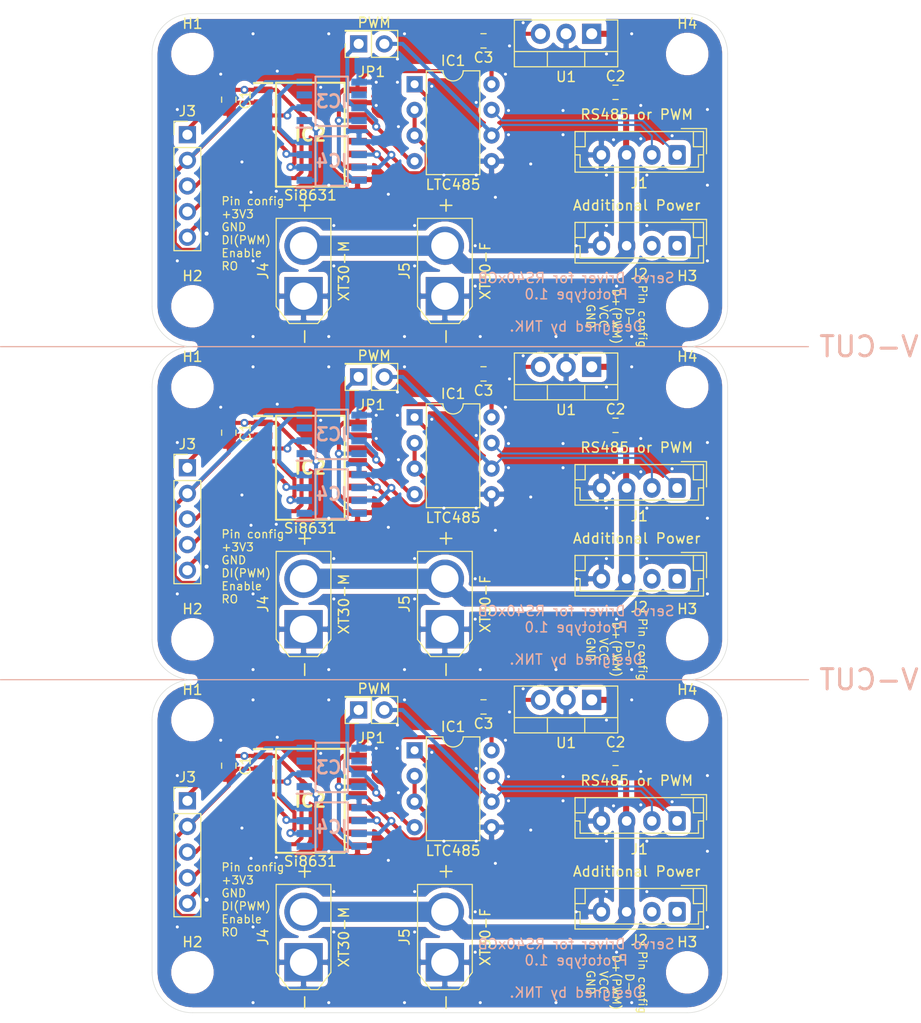
<source format=kicad_pcb>
(kicad_pcb (version 20171130) (host pcbnew "(5.1.5)-3")
  (layers (0 F.Cu signal) (31 B.Cu signal) (34 B.Paste user) (35 F.Paste user) (36 B.SilkS user) (37 F.SilkS user) (38 B.Mask user) (39 F.Mask user) (44 Edge.Cuts user))
  (net 0 "")
  (net 1 +5V)
  (net 2 D-)
  (net 3 D+)
  (net 4 GNDPWR)
  (net 5 TRX_TX)
  (net 6 TRX_RX)
  (net 7 "Net-(IC2-Pad11)")
  (net 8 GND)
  (net 9 +3V3)
  (net 10 "Net-(IC2-Pad6)")
  (net 11 MCU_RX)
  (net 12 MCU_TX)
  (net 13 VCC)
  (net 14 "Net-(J2-Pad2)")
  (net 15 "Net-(J2-Pad1)")
  (net 16 TRX_Enable)
  (net 17 MCU_Enable)
  (net 18 "Net-(IC3-Pad6)")
  (net 19 "Net-(IC3-Pad3)")
  (module MountingHole:MountingHole_3.2mm_M3 (layer F.Cu) (at 168 61)
    (fp_text reference H4 (at 0 -3) (layer F.SilkS))
    (fp_text value MountingHole)
    (pad 1 np_thru_hole circle (at 0 0) (size 3.2 3.2) (drill 3.2) (layers *.Cu *.Mask))
  )
  (module MountingHole:MountingHole_3.2mm_M3 (layer F.Cu) (at 168 94)
    (fp_text reference H4 (at 0 -3) (layer F.SilkS))
    (fp_text value MountingHole)
    (pad 1 np_thru_hole circle (at 0 0) (size 3.2 3.2) (drill 3.2) (layers *.Cu *.Mask))
  )
  (module MountingHole:MountingHole_3.2mm_M3 (layer F.Cu) (at 168 86)
    (fp_text reference H3 (at 0 -3) (layer F.SilkS))
    (fp_text value MountingHole)
    (pad 1 np_thru_hole circle (at 0 0) (size 3.2 3.2) (drill 3.2) (layers *.Cu *.Mask))
  )
  (module MountingHole:MountingHole_3.2mm_M3 (layer F.Cu) (at 168 119)
    (fp_text reference H3 (at 0 -3) (layer F.SilkS))
    (fp_text value MountingHole)
    (pad 1 np_thru_hole circle (at 0 0) (size 3.2 3.2) (drill 3.2) (layers *.Cu *.Mask))
  )
  (module Connector_PinSocket_2.54mm:PinSocket_2x01_P2.54mm_Vertical (layer F.Cu) (at 135.46 60 180)
    (fp_text reference JP1 (at -1.27 -2.77) (layer F.SilkS))
    (fp_text value Jumper)
    (pad 1 thru_hole rect (at 0 0 180) (size 1.7 1.7) (drill 1) (layers *.Cu *.Mask) (net 5 TRX_TX))
    (pad 2 thru_hole oval (at -2.54 0 180) (size 1.7 1.7) (drill 1) (layers *.Cu *.Mask) (net 3 D+))
  )
  (module Connector_PinSocket_2.54mm:PinSocket_2x01_P2.54mm_Vertical (layer F.Cu) (at 135.46 93 180)
    (fp_text reference JP1 (at -1.27 -2.77) (layer F.SilkS))
    (fp_text value Jumper)
    (pad 1 thru_hole rect (at 0 0 180) (size 1.7 1.7) (drill 1) (layers *.Cu *.Mask) (net 5 TRX_TX))
    (pad 2 thru_hole oval (at -2.54 0 180) (size 1.7 1.7) (drill 1) (layers *.Cu *.Mask) (net 3 D+))
  )
  (module SamacSys_Parts:SOIC127P600X175-8N (layer B.Cu) (at 132.788 65.695)
    (fp_text reference IC3 (at 0 0) (layer B.SilkS) (effects (font (size 1.27 1.27) (thickness 0.254)) (justify mirror)))
    (fp_text value Si8621AB-B-ISR hide)
    (pad 1 smd rect (at -2.712 1.905 270) (size 0.7 1.525) (layers B.Cu B.Paste B.Mask) (net 9 +3V3))
    (pad 2 smd rect (at -2.712 0.635 270) (size 0.7 1.525) (layers B.Cu B.Paste B.Mask) (net 12 MCU_TX))
    (pad 3 smd rect (at -2.712 -0.635 270) (size 0.7 1.525) (layers B.Cu B.Paste B.Mask) (net 19 "Net-(IC3-Pad3)"))
    (pad 4 smd rect (at -2.712 -1.905 270) (size 0.7 1.525) (layers B.Cu B.Paste B.Mask) (net 8 GND))
    (pad 5 smd rect (at 2.712 -1.905 270) (size 0.7 1.525) (layers B.Cu B.Paste B.Mask) (net 4 GNDPWR))
    (pad 6 smd rect (at 2.712 -0.635 270) (size 0.7 1.525) (layers B.Cu B.Paste B.Mask) (net 18 "Net-(IC3-Pad6)"))
    (pad 7 smd rect (at 2.712 0.635 270) (size 0.7 1.525) (layers B.Cu B.Paste B.Mask) (net 5 TRX_TX))
    (pad 8 smd rect (at 2.712 1.905 270) (size 0.7 1.525) (layers B.Cu B.Paste B.Mask) (net 1 +5V))
  )
  (module SamacSys_Parts:SOIC127P600X175-8N (layer B.Cu) (at 132.788 98.695)
    (fp_text reference IC3 (at 0 0) (layer B.SilkS) (effects (font (size 1.27 1.27) (thickness 0.254)) (justify mirror)))
    (fp_text value Si8621AB-B-ISR hide)
    (pad 1 smd rect (at -2.712 1.905 270) (size 0.7 1.525) (layers B.Cu B.Paste B.Mask) (net 9 +3V3))
    (pad 2 smd rect (at -2.712 0.635 270) (size 0.7 1.525) (layers B.Cu B.Paste B.Mask) (net 12 MCU_TX))
    (pad 3 smd rect (at -2.712 -0.635 270) (size 0.7 1.525) (layers B.Cu B.Paste B.Mask) (net 19 "Net-(IC3-Pad3)"))
    (pad 4 smd rect (at -2.712 -1.905 270) (size 0.7 1.525) (layers B.Cu B.Paste B.Mask) (net 8 GND))
    (pad 5 smd rect (at 2.712 -1.905 270) (size 0.7 1.525) (layers B.Cu B.Paste B.Mask) (net 4 GNDPWR))
    (pad 6 smd rect (at 2.712 -0.635 270) (size 0.7 1.525) (layers B.Cu B.Paste B.Mask) (net 18 "Net-(IC3-Pad6)"))
    (pad 7 smd rect (at 2.712 0.635 270) (size 0.7 1.525) (layers B.Cu B.Paste B.Mask) (net 5 TRX_TX))
    (pad 8 smd rect (at 2.712 1.905 270) (size 0.7 1.525) (layers B.Cu B.Paste B.Mask) (net 1 +5V))
  )
  (module SamacSys_Parts:SOIC127P600X175-8N (layer B.Cu) (at 132.788 71.605)
    (fp_text reference IC4 (at 0 0) (layer B.SilkS) (effects (font (size 1.27 1.27) (thickness 0.254)) (justify mirror)))
    (fp_text value Si8621AB-B-ISR hide)
    (pad 1 smd rect (at -2.712 1.905 270) (size 0.7 1.525) (layers B.Cu B.Paste B.Mask) (net 9 +3V3))
    (pad 2 smd rect (at -2.712 0.635 270) (size 0.7 1.525) (layers B.Cu B.Paste B.Mask) (net 17 MCU_Enable))
    (pad 3 smd rect (at -2.712 -0.635 270) (size 0.7 1.525) (layers B.Cu B.Paste B.Mask) (net 11 MCU_RX))
    (pad 4 smd rect (at -2.712 -1.905 270) (size 0.7 1.525) (layers B.Cu B.Paste B.Mask) (net 8 GND))
    (pad 5 smd rect (at 2.712 -1.905 270) (size 0.7 1.525) (layers B.Cu B.Paste B.Mask) (net 4 GNDPWR))
    (pad 6 smd rect (at 2.712 -0.635 270) (size 0.7 1.525) (layers B.Cu B.Paste B.Mask) (net 6 TRX_RX))
    (pad 7 smd rect (at 2.712 0.635 270) (size 0.7 1.525) (layers B.Cu B.Paste B.Mask) (net 16 TRX_Enable))
    (pad 8 smd rect (at 2.712 1.905 270) (size 0.7 1.525) (layers B.Cu B.Paste B.Mask) (net 1 +5V))
  )
  (module SamacSys_Parts:SOIC127P600X175-8N (layer B.Cu) (at 132.788 104.605)
    (fp_text reference IC4 (at 0 0) (layer B.SilkS) (effects (font (size 1.27 1.27) (thickness 0.254)) (justify mirror)))
    (fp_text value Si8621AB-B-ISR hide)
    (pad 1 smd rect (at -2.712 1.905 270) (size 0.7 1.525) (layers B.Cu B.Paste B.Mask) (net 9 +3V3))
    (pad 2 smd rect (at -2.712 0.635 270) (size 0.7 1.525) (layers B.Cu B.Paste B.Mask) (net 17 MCU_Enable))
    (pad 3 smd rect (at -2.712 -0.635 270) (size 0.7 1.525) (layers B.Cu B.Paste B.Mask) (net 11 MCU_RX))
    (pad 4 smd rect (at -2.712 -1.905 270) (size 0.7 1.525) (layers B.Cu B.Paste B.Mask) (net 8 GND))
    (pad 5 smd rect (at 2.712 -1.905 270) (size 0.7 1.525) (layers B.Cu B.Paste B.Mask) (net 4 GNDPWR))
    (pad 6 smd rect (at 2.712 -0.635 270) (size 0.7 1.525) (layers B.Cu B.Paste B.Mask) (net 6 TRX_RX))
    (pad 7 smd rect (at 2.712 0.635 270) (size 0.7 1.525) (layers B.Cu B.Paste B.Mask) (net 16 TRX_Enable))
    (pad 8 smd rect (at 2.712 1.905 270) (size 0.7 1.525) (layers B.Cu B.Paste B.Mask) (net 1 +5V))
  )
  (module Capacitor_SMD:C_0805_2012Metric_Pad1.15x1.40mm_HandSolder (layer F.Cu) (at 122.6 65.525 270)
    (fp_text reference C1 (at 0 -1.65 90) (layer F.SilkS))
    (fp_text value 0.1u)
    (pad 1 smd roundrect (at -1.025 0 270) (size 1.15 1.4) (layers F.Cu F.Paste F.Mask) (roundrect_rratio 0.217391) (net 9 +3V3))
    (pad 2 smd roundrect (at 1.025 0 270) (size 1.15 1.4) (layers F.Cu F.Paste F.Mask) (roundrect_rratio 0.217391) (net 8 GND))
  )
  (module Capacitor_SMD:C_0805_2012Metric_Pad1.15x1.40mm_HandSolder (layer F.Cu) (at 122.6 98.525 270)
    (fp_text reference C1 (at 0 -1.65 90) (layer F.SilkS))
    (fp_text value 0.1u)
    (pad 1 smd roundrect (at -1.025 0 270) (size 1.15 1.4) (layers F.Cu F.Paste F.Mask) (roundrect_rratio 0.217391) (net 9 +3V3))
    (pad 2 smd roundrect (at 1.025 0 270) (size 1.15 1.4) (layers F.Cu F.Paste F.Mask) (roundrect_rratio 0.217391) (net 8 GND))
  )
  (module Capacitor_SMD:C_0805_2012Metric_Pad1.15x1.40mm_HandSolder (layer F.Cu) (at 147.825 59.7 180)
    (fp_text reference C3 (at 0 -1.65) (layer F.SilkS))
    (fp_text value 0.1u)
    (pad 1 smd roundrect (at -1.025 0 180) (size 1.15 1.4) (layers F.Cu F.Paste F.Mask) (roundrect_rratio 0.217391) (net 1 +5V))
    (pad 2 smd roundrect (at 1.025 0 180) (size 1.15 1.4) (layers F.Cu F.Paste F.Mask) (roundrect_rratio 0.217391) (net 4 GNDPWR))
  )
  (module Capacitor_SMD:C_0805_2012Metric_Pad1.15x1.40mm_HandSolder (layer F.Cu) (at 147.825 92.7 180)
    (fp_text reference C3 (at 0 -1.65) (layer F.SilkS))
    (fp_text value 0.1u)
    (pad 1 smd roundrect (at -1.025 0 180) (size 1.15 1.4) (layers F.Cu F.Paste F.Mask) (roundrect_rratio 0.217391) (net 1 +5V))
    (pad 2 smd roundrect (at 1.025 0 180) (size 1.15 1.4) (layers F.Cu F.Paste F.Mask) (roundrect_rratio 0.217391) (net 4 GNDPWR))
  )
  (module MountingHole:MountingHole_3.2mm_M3 (layer F.Cu) (at 119 86)
    (fp_text reference H2 (at 0 -3) (layer F.SilkS))
    (fp_text value MountingHole)
    (pad 1 np_thru_hole circle (at 0 0) (size 3.2 3.2) (drill 3.2) (layers *.Cu *.Mask))
  )
  (module MountingHole:MountingHole_3.2mm_M3 (layer F.Cu) (at 119 119)
    (fp_text reference H2 (at 0 -3) (layer F.SilkS))
    (fp_text value MountingHole)
    (pad 1 np_thru_hole circle (at 0 0) (size 3.2 3.2) (drill 3.2) (layers *.Cu *.Mask))
  )
  (module Capacitor_SMD:C_0805_2012Metric_Pad1.15x1.40mm_HandSolder (layer F.Cu) (at 160.9 64.8 180)
    (fp_text reference C2 (at 0 1.6) (layer F.SilkS))
    (fp_text value 0.33u)
    (pad 1 smd roundrect (at -1.025 0 180) (size 1.15 1.4) (layers F.Cu F.Paste F.Mask) (roundrect_rratio 0.217391) (net 13 VCC))
    (pad 2 smd roundrect (at 1.025 0 180) (size 1.15 1.4) (layers F.Cu F.Paste F.Mask) (roundrect_rratio 0.217391) (net 4 GNDPWR))
  )
  (module Capacitor_SMD:C_0805_2012Metric_Pad1.15x1.40mm_HandSolder (layer F.Cu) (at 160.9 97.8 180)
    (fp_text reference C2 (at 0 1.6) (layer F.SilkS))
    (fp_text value 0.33u)
    (pad 1 smd roundrect (at -1.025 0 180) (size 1.15 1.4) (layers F.Cu F.Paste F.Mask) (roundrect_rratio 0.217391) (net 13 VCC))
    (pad 2 smd roundrect (at 1.025 0 180) (size 1.15 1.4) (layers F.Cu F.Paste F.Mask) (roundrect_rratio 0.217391) (net 4 GNDPWR))
  )
  (module MountingHole:MountingHole_3.2mm_M3 (layer F.Cu) (at 119 61)
    (fp_text reference H1 (at 0 -3) (layer F.SilkS))
    (fp_text value MountingHole)
    (pad 1 np_thru_hole circle (at 0 0) (size 3.2 3.2) (drill 3.2) (layers *.Cu *.Mask))
  )
  (module MountingHole:MountingHole_3.2mm_M3 (layer F.Cu) (at 119 94)
    (fp_text reference H1 (at 0 -3) (layer F.SilkS))
    (fp_text value MountingHole)
    (pad 1 np_thru_hole circle (at 0 0) (size 3.2 3.2) (drill 3.2) (layers *.Cu *.Mask))
  )
  (module Connector_PinHeader_2.54mm:PinHeader_1x05_P2.54mm_Vertical (layer F.Cu) (at 118.5 69)
    (fp_text reference J3 (at 0 -2.33) (layer F.SilkS))
    (fp_text value MCU)
    (pad 1 thru_hole rect (at 0 0) (size 1.7 1.7) (drill 1) (layers *.Cu *.Mask) (net 9 +3V3))
    (pad 2 thru_hole oval (at 0 2.54) (size 1.7 1.7) (drill 1) (layers *.Cu *.Mask) (net 8 GND))
    (pad 3 thru_hole oval (at 0 5.08) (size 1.7 1.7) (drill 1) (layers *.Cu *.Mask) (net 12 MCU_TX))
    (pad 4 thru_hole oval (at 0 7.62) (size 1.7 1.7) (drill 1) (layers *.Cu *.Mask) (net 17 MCU_Enable))
    (pad 5 thru_hole oval (at 0 10.16) (size 1.7 1.7) (drill 1) (layers *.Cu *.Mask) (net 11 MCU_RX))
  )
  (module Connector_PinHeader_2.54mm:PinHeader_1x05_P2.54mm_Vertical (layer F.Cu) (at 118.5 102)
    (fp_text reference J3 (at 0 -2.33) (layer F.SilkS))
    (fp_text value MCU)
    (pad 1 thru_hole rect (at 0 0) (size 1.7 1.7) (drill 1) (layers *.Cu *.Mask) (net 9 +3V3))
    (pad 2 thru_hole oval (at 0 2.54) (size 1.7 1.7) (drill 1) (layers *.Cu *.Mask) (net 8 GND))
    (pad 3 thru_hole oval (at 0 5.08) (size 1.7 1.7) (drill 1) (layers *.Cu *.Mask) (net 12 MCU_TX))
    (pad 4 thru_hole oval (at 0 7.62) (size 1.7 1.7) (drill 1) (layers *.Cu *.Mask) (net 17 MCU_Enable))
    (pad 5 thru_hole oval (at 0 10.16) (size 1.7 1.7) (drill 1) (layers *.Cu *.Mask) (net 11 MCU_RX))
  )
  (module Connector_AMASS:AMASS_XT30U-M_1x02_P5.0mm_Vertical (layer F.Cu) (at 130 85 90)
    (fp_text reference J4 (at 2.5 -4 90) (layer F.SilkS))
    (fp_text value XT30-M (at 2.5 4 90) (layer F.SilkS))
    (fp_text user + (at 9 0 90) (layer F.SilkS) (effects (font (size 1.5 1.5))))
    (fp_text user - (at -4 0 90) (layer F.SilkS) (effects (font (size 1.5 1.5))))
    (pad 1 thru_hole rect (at 0 0 90) (size 3.8 3.8) (drill 2.7) (layers *.Cu *.Mask) (net 4 GNDPWR))
    (pad 2 thru_hole circle (at 5 0 90) (size 3.8 3.8) (drill 2.7) (layers *.Cu *.Mask) (net 13 VCC))
  )
  (module Connector_AMASS:AMASS_XT30U-M_1x02_P5.0mm_Vertical (layer F.Cu) (at 130 118 90)
    (fp_text reference J4 (at 2.5 -4 90) (layer F.SilkS))
    (fp_text value XT30-M (at 2.5 4 90) (layer F.SilkS))
    (fp_text user + (at 9 0 90) (layer F.SilkS) (effects (font (size 1.5 1.5))))
    (fp_text user - (at -4 0 90) (layer F.SilkS) (effects (font (size 1.5 1.5))))
    (pad 1 thru_hole rect (at 0 0 90) (size 3.8 3.8) (drill 2.7) (layers *.Cu *.Mask) (net 4 GNDPWR))
    (pad 2 thru_hole circle (at 5 0 90) (size 3.8 3.8) (drill 2.7) (layers *.Cu *.Mask) (net 13 VCC))
  )
  (module Package_DIP:DIP-8_W7.62mm (layer F.Cu) (at 141 64)
    (fp_text reference IC1 (at 3.81 -2.33) (layer F.SilkS))
    (fp_text value LTC485 (at 3.81 9.95) (layer F.SilkS))
    (pad 1 thru_hole rect (at 0 0) (size 1.6 1.6) (drill 0.8) (layers *.Cu *.Mask) (net 6 TRX_RX))
    (pad 5 thru_hole oval (at 7.62 7.62) (size 1.6 1.6) (drill 0.8) (layers *.Cu *.Mask) (net 4 GNDPWR))
    (pad 2 thru_hole oval (at 0 2.54) (size 1.6 1.6) (drill 0.8) (layers *.Cu *.Mask) (net 16 TRX_Enable))
    (pad 6 thru_hole oval (at 7.62 5.08) (size 1.6 1.6) (drill 0.8) (layers *.Cu *.Mask) (net 3 D+))
    (pad 3 thru_hole oval (at 0 5.08) (size 1.6 1.6) (drill 0.8) (layers *.Cu *.Mask) (net 16 TRX_Enable))
    (pad 7 thru_hole oval (at 7.62 2.54) (size 1.6 1.6) (drill 0.8) (layers *.Cu *.Mask) (net 2 D-))
    (pad 4 thru_hole oval (at 0 7.62) (size 1.6 1.6) (drill 0.8) (layers *.Cu *.Mask) (net 5 TRX_TX))
    (pad 8 thru_hole oval (at 7.62 0) (size 1.6 1.6) (drill 0.8) (layers *.Cu *.Mask) (net 1 +5V))
  )
  (module Package_DIP:DIP-8_W7.62mm (layer F.Cu) (at 141 97)
    (fp_text reference IC1 (at 3.81 -2.33) (layer F.SilkS))
    (fp_text value LTC485 (at 3.81 9.95) (layer F.SilkS))
    (pad 1 thru_hole rect (at 0 0) (size 1.6 1.6) (drill 0.8) (layers *.Cu *.Mask) (net 6 TRX_RX))
    (pad 5 thru_hole oval (at 7.62 7.62) (size 1.6 1.6) (drill 0.8) (layers *.Cu *.Mask) (net 4 GNDPWR))
    (pad 2 thru_hole oval (at 0 2.54) (size 1.6 1.6) (drill 0.8) (layers *.Cu *.Mask) (net 16 TRX_Enable))
    (pad 6 thru_hole oval (at 7.62 5.08) (size 1.6 1.6) (drill 0.8) (layers *.Cu *.Mask) (net 3 D+))
    (pad 3 thru_hole oval (at 0 5.08) (size 1.6 1.6) (drill 0.8) (layers *.Cu *.Mask) (net 16 TRX_Enable))
    (pad 7 thru_hole oval (at 7.62 2.54) (size 1.6 1.6) (drill 0.8) (layers *.Cu *.Mask) (net 2 D-))
    (pad 4 thru_hole oval (at 0 7.62) (size 1.6 1.6) (drill 0.8) (layers *.Cu *.Mask) (net 5 TRX_TX))
    (pad 8 thru_hole oval (at 7.62 0) (size 1.6 1.6) (drill 0.8) (layers *.Cu *.Mask) (net 1 +5V))
  )
  (module SamacSys_Parts:SOIC127P1030X265-16N (layer F.Cu) (at 130.675 69)
    (fp_text reference IC2 (at 0 0) (layer F.SilkS) (effects (font (size 1.27 1.27) (thickness 0.254))))
    (fp_text value Si8631 (at 0 6) (layer F.SilkS))
    (pad 1 smd rect (at -4.675 -4.445 90) (size 0.65 1.85) (layers F.Cu F.Paste F.Mask) (net 9 +3V3))
    (pad 2 smd rect (at -4.675 -3.175 90) (size 0.65 1.85) (layers F.Cu F.Paste F.Mask) (net 8 GND))
    (pad 3 smd rect (at -4.675 -1.905 90) (size 0.65 1.85) (layers F.Cu F.Paste F.Mask) (net 12 MCU_TX))
    (pad 4 smd rect (at -4.675 -0.635 90) (size 0.65 1.85) (layers F.Cu F.Paste F.Mask) (net 17 MCU_Enable))
    (pad 5 smd rect (at -4.675 0.635 90) (size 0.65 1.85) (layers F.Cu F.Paste F.Mask) (net 11 MCU_RX))
    (pad 6 smd rect (at -4.675 1.905 90) (size 0.65 1.85) (layers F.Cu F.Paste F.Mask) (net 10 "Net-(IC2-Pad6)"))
    (pad 7 smd rect (at -4.675 3.175 90) (size 0.65 1.85) (layers F.Cu F.Paste F.Mask) (net 9 +3V3))
    (pad 8 smd rect (at -4.675 4.445 90) (size 0.65 1.85) (layers F.Cu F.Paste F.Mask) (net 8 GND))
    (pad 9 smd rect (at 4.675 4.445 90) (size 0.65 1.85) (layers F.Cu F.Paste F.Mask) (net 4 GNDPWR))
    (pad 10 smd rect (at 4.675 3.175 90) (size 0.65 1.85) (layers F.Cu F.Paste F.Mask) (net 1 +5V))
    (pad 11 smd rect (at 4.675 1.905 90) (size 0.65 1.85) (layers F.Cu F.Paste F.Mask) (net 7 "Net-(IC2-Pad11)"))
    (pad 12 smd rect (at 4.675 0.635 90) (size 0.65 1.85) (layers F.Cu F.Paste F.Mask) (net 6 TRX_RX))
    (pad 13 smd rect (at 4.675 -0.635 90) (size 0.65 1.85) (layers F.Cu F.Paste F.Mask) (net 16 TRX_Enable))
    (pad 14 smd rect (at 4.675 -1.905 90) (size 0.65 1.85) (layers F.Cu F.Paste F.Mask) (net 5 TRX_TX))
    (pad 15 smd rect (at 4.675 -3.175 90) (size 0.65 1.85) (layers F.Cu F.Paste F.Mask) (net 4 GNDPWR))
    (pad 16 smd rect (at 4.675 -4.445 90) (size 0.65 1.85) (layers F.Cu F.Paste F.Mask) (net 1 +5V))
  )
  (module SamacSys_Parts:SOIC127P1030X265-16N (layer F.Cu) (at 130.675 102)
    (fp_text reference IC2 (at 0 0) (layer F.SilkS) (effects (font (size 1.27 1.27) (thickness 0.254))))
    (fp_text value Si8631 (at 0 6) (layer F.SilkS))
    (pad 1 smd rect (at -4.675 -4.445 90) (size 0.65 1.85) (layers F.Cu F.Paste F.Mask) (net 9 +3V3))
    (pad 2 smd rect (at -4.675 -3.175 90) (size 0.65 1.85) (layers F.Cu F.Paste F.Mask) (net 8 GND))
    (pad 3 smd rect (at -4.675 -1.905 90) (size 0.65 1.85) (layers F.Cu F.Paste F.Mask) (net 12 MCU_TX))
    (pad 4 smd rect (at -4.675 -0.635 90) (size 0.65 1.85) (layers F.Cu F.Paste F.Mask) (net 17 MCU_Enable))
    (pad 5 smd rect (at -4.675 0.635 90) (size 0.65 1.85) (layers F.Cu F.Paste F.Mask) (net 11 MCU_RX))
    (pad 6 smd rect (at -4.675 1.905 90) (size 0.65 1.85) (layers F.Cu F.Paste F.Mask) (net 10 "Net-(IC2-Pad6)"))
    (pad 7 smd rect (at -4.675 3.175 90) (size 0.65 1.85) (layers F.Cu F.Paste F.Mask) (net 9 +3V3))
    (pad 8 smd rect (at -4.675 4.445 90) (size 0.65 1.85) (layers F.Cu F.Paste F.Mask) (net 8 GND))
    (pad 9 smd rect (at 4.675 4.445 90) (size 0.65 1.85) (layers F.Cu F.Paste F.Mask) (net 4 GNDPWR))
    (pad 10 smd rect (at 4.675 3.175 90) (size 0.65 1.85) (layers F.Cu F.Paste F.Mask) (net 1 +5V))
    (pad 11 smd rect (at 4.675 1.905 90) (size 0.65 1.85) (layers F.Cu F.Paste F.Mask) (net 7 "Net-(IC2-Pad11)"))
    (pad 12 smd rect (at 4.675 0.635 90) (size 0.65 1.85) (layers F.Cu F.Paste F.Mask) (net 6 TRX_RX))
    (pad 13 smd rect (at 4.675 -0.635 90) (size 0.65 1.85) (layers F.Cu F.Paste F.Mask) (net 16 TRX_Enable))
    (pad 14 smd rect (at 4.675 -1.905 90) (size 0.65 1.85) (layers F.Cu F.Paste F.Mask) (net 5 TRX_TX))
    (pad 15 smd rect (at 4.675 -3.175 90) (size 0.65 1.85) (layers F.Cu F.Paste F.Mask) (net 4 GNDPWR))
    (pad 16 smd rect (at 4.675 -4.445 90) (size 0.65 1.85) (layers F.Cu F.Paste F.Mask) (net 1 +5V))
  )
  (module Connector_JST:JST_EH_B4B-EH-A_1x04_P2.50mm_Vertical (layer F.Cu) (at 167 80 180)
    (fp_text reference J2 (at 3.75 -2.8) (layer F.SilkS))
    (fp_text value Power_Only)
    (pad 1 thru_hole roundrect (at 0 0 180) (size 1.7 1.95) (drill 0.95) (layers *.Cu *.Mask) (roundrect_rratio 0.147059) (net 15 "Net-(J2-Pad1)"))
    (pad 2 thru_hole oval (at 2.5 0 180) (size 1.7 1.95) (drill 0.95) (layers *.Cu *.Mask) (net 14 "Net-(J2-Pad2)"))
    (pad 3 thru_hole oval (at 5 0 180) (size 1.7 1.95) (drill 0.95) (layers *.Cu *.Mask) (net 13 VCC))
    (pad 4 thru_hole oval (at 7.5 0 180) (size 1.7 1.95) (drill 0.95) (layers *.Cu *.Mask) (net 4 GNDPWR))
  )
  (module Connector_JST:JST_EH_B4B-EH-A_1x04_P2.50mm_Vertical (layer F.Cu) (at 167 113 180)
    (fp_text reference J2 (at 3.75 -2.8) (layer F.SilkS))
    (fp_text value Power_Only)
    (pad 1 thru_hole roundrect (at 0 0 180) (size 1.7 1.95) (drill 0.95) (layers *.Cu *.Mask) (roundrect_rratio 0.147059) (net 15 "Net-(J2-Pad1)"))
    (pad 2 thru_hole oval (at 2.5 0 180) (size 1.7 1.95) (drill 0.95) (layers *.Cu *.Mask) (net 14 "Net-(J2-Pad2)"))
    (pad 3 thru_hole oval (at 5 0 180) (size 1.7 1.95) (drill 0.95) (layers *.Cu *.Mask) (net 13 VCC))
    (pad 4 thru_hole oval (at 7.5 0 180) (size 1.7 1.95) (drill 0.95) (layers *.Cu *.Mask) (net 4 GNDPWR))
  )
  (module Connector_JST:JST_EH_B4B-EH-A_1x04_P2.50mm_Vertical (layer F.Cu) (at 167 71 180)
    (fp_text reference J1 (at 3.75 -2.8) (layer F.SilkS))
    (fp_text value Servo)
    (pad 1 thru_hole roundrect (at 0 0 180) (size 1.7 1.95) (drill 0.95) (layers *.Cu *.Mask) (roundrect_rratio 0.147059) (net 2 D-))
    (pad 2 thru_hole oval (at 2.5 0 180) (size 1.7 1.95) (drill 0.95) (layers *.Cu *.Mask) (net 3 D+))
    (pad 3 thru_hole oval (at 5 0 180) (size 1.7 1.95) (drill 0.95) (layers *.Cu *.Mask) (net 13 VCC))
    (pad 4 thru_hole oval (at 7.5 0 180) (size 1.7 1.95) (drill 0.95) (layers *.Cu *.Mask) (net 4 GNDPWR))
  )
  (module Connector_JST:JST_EH_B4B-EH-A_1x04_P2.50mm_Vertical (layer F.Cu) (at 167 104 180)
    (fp_text reference J1 (at 3.75 -2.8) (layer F.SilkS))
    (fp_text value Servo)
    (pad 1 thru_hole roundrect (at 0 0 180) (size 1.7 1.95) (drill 0.95) (layers *.Cu *.Mask) (roundrect_rratio 0.147059) (net 2 D-))
    (pad 2 thru_hole oval (at 2.5 0 180) (size 1.7 1.95) (drill 0.95) (layers *.Cu *.Mask) (net 3 D+))
    (pad 3 thru_hole oval (at 5 0 180) (size 1.7 1.95) (drill 0.95) (layers *.Cu *.Mask) (net 13 VCC))
    (pad 4 thru_hole oval (at 7.5 0 180) (size 1.7 1.95) (drill 0.95) (layers *.Cu *.Mask) (net 4 GNDPWR))
  )
  (module Package_TO_SOT_THT:TO-220-3_Vertical (layer F.Cu) (at 158.54 59 180)
    (fp_text reference U1 (at 2.54 -4.27) (layer F.SilkS))
    (fp_text value L7805)
    (pad 1 thru_hole rect (at 0 0 180) (size 1.905 2) (drill 1.1) (layers *.Cu *.Mask) (net 13 VCC))
    (pad 2 thru_hole oval (at 2.54 0 180) (size 1.905 2) (drill 1.1) (layers *.Cu *.Mask) (net 4 GNDPWR))
    (pad 3 thru_hole oval (at 5.08 0 180) (size 1.905 2) (drill 1.1) (layers *.Cu *.Mask) (net 1 +5V))
  )
  (module Package_TO_SOT_THT:TO-220-3_Vertical (layer F.Cu) (at 158.54 92 180)
    (fp_text reference U1 (at 2.54 -4.27) (layer F.SilkS))
    (fp_text value L7805)
    (pad 1 thru_hole rect (at 0 0 180) (size 1.905 2) (drill 1.1) (layers *.Cu *.Mask) (net 13 VCC))
    (pad 2 thru_hole oval (at 2.54 0 180) (size 1.905 2) (drill 1.1) (layers *.Cu *.Mask) (net 4 GNDPWR))
    (pad 3 thru_hole oval (at 5.08 0 180) (size 1.905 2) (drill 1.1) (layers *.Cu *.Mask) (net 1 +5V))
  )
  (module Connector_AMASS:AMASS_XT30U-M_1x02_P5.0mm_Vertical (layer F.Cu) (at 144 85 90)
    (fp_text reference J5 (at 2.5 -4 90) (layer F.SilkS))
    (fp_text value XT30-F (at 2.5 4 90) (layer F.SilkS))
    (fp_text user + (at 9 0 90) (layer F.SilkS) (effects (font (size 1.5 1.5))))
    (fp_text user - (at -4 0 90) (layer F.SilkS) (effects (font (size 1.5 1.5))))
    (pad 1 thru_hole rect (at 0 0 90) (size 3.8 3.8) (drill 2.7) (layers *.Cu *.Mask) (net 4 GNDPWR))
    (pad 2 thru_hole circle (at 5 0 90) (size 3.8 3.8) (drill 2.7) (layers *.Cu *.Mask) (net 13 VCC))
  )
  (module Connector_AMASS:AMASS_XT30U-M_1x02_P5.0mm_Vertical (layer F.Cu) (at 144 118 90)
    (fp_text reference J5 (at 2.5 -4 90) (layer F.SilkS))
    (fp_text value XT30-F (at 2.5 4 90) (layer F.SilkS))
    (fp_text user + (at 9 0 90) (layer F.SilkS) (effects (font (size 1.5 1.5))))
    (fp_text user - (at -4 0 90) (layer F.SilkS) (effects (font (size 1.5 1.5))))
    (pad 1 thru_hole rect (at 0 0 90) (size 3.8 3.8) (drill 2.7) (layers *.Cu *.Mask) (net 4 GNDPWR))
    (pad 2 thru_hole circle (at 5 0 90) (size 3.8 3.8) (drill 2.7) (layers *.Cu *.Mask) (net 13 VCC))
  )
  (module Capacitor_SMD:C_0805_2012Metric_Pad1.15x1.40mm_HandSolder (layer F.Cu) (at 147.825 125.7 180)
    (fp_text reference C3 (at 0 -1.65) (layer F.SilkS))
    (fp_text value 0.1u)
    (pad 2 smd roundrect (at 1.025 0 180) (size 1.15 1.4) (layers F.Cu F.Paste F.Mask) (roundrect_rratio 0.217391) (net 4 GNDPWR))
    (pad 1 smd roundrect (at -1.025 0 180) (size 1.15 1.4) (layers F.Cu F.Paste F.Mask) (roundrect_rratio 0.217391) (net 1 +5V))
  )
  (module Capacitor_SMD:C_0805_2012Metric_Pad1.15x1.40mm_HandSolder (layer F.Cu) (at 160.9 130.8 180)
    (fp_text reference C2 (at 0 1.6) (layer F.SilkS))
    (fp_text value 0.33u)
    (pad 2 smd roundrect (at 1.025 0 180) (size 1.15 1.4) (layers F.Cu F.Paste F.Mask) (roundrect_rratio 0.217391) (net 4 GNDPWR))
    (pad 1 smd roundrect (at -1.025 0 180) (size 1.15 1.4) (layers F.Cu F.Paste F.Mask) (roundrect_rratio 0.217391) (net 13 VCC))
  )
  (module Capacitor_SMD:C_0805_2012Metric_Pad1.15x1.40mm_HandSolder (layer F.Cu) (at 122.6 131.525 270)
    (fp_text reference C1 (at 0 -1.65 90) (layer F.SilkS))
    (fp_text value 0.1u)
    (pad 2 smd roundrect (at 1.025 0 270) (size 1.15 1.4) (layers F.Cu F.Paste F.Mask) (roundrect_rratio 0.217391) (net 8 GND))
    (pad 1 smd roundrect (at -1.025 0 270) (size 1.15 1.4) (layers F.Cu F.Paste F.Mask) (roundrect_rratio 0.217391) (net 9 +3V3))
  )
  (module SamacSys_Parts:SOIC127P600X175-8N (layer B.Cu) (at 132.788 137.605)
    (fp_text reference IC4 (at 0 0) (layer B.SilkS) (effects (font (size 1.27 1.27) (thickness 0.254)) (justify mirror)))
    (fp_text value Si8621AB-B-ISR hide)
    (pad 8 smd rect (at 2.712 1.905 270) (size 0.7 1.525) (layers B.Cu B.Paste B.Mask) (net 1 +5V))
    (pad 7 smd rect (at 2.712 0.635 270) (size 0.7 1.525) (layers B.Cu B.Paste B.Mask) (net 16 TRX_Enable))
    (pad 6 smd rect (at 2.712 -0.635 270) (size 0.7 1.525) (layers B.Cu B.Paste B.Mask) (net 6 TRX_RX))
    (pad 5 smd rect (at 2.712 -1.905 270) (size 0.7 1.525) (layers B.Cu B.Paste B.Mask) (net 4 GNDPWR))
    (pad 4 smd rect (at -2.712 -1.905 270) (size 0.7 1.525) (layers B.Cu B.Paste B.Mask) (net 8 GND))
    (pad 3 smd rect (at -2.712 -0.635 270) (size 0.7 1.525) (layers B.Cu B.Paste B.Mask) (net 11 MCU_RX))
    (pad 2 smd rect (at -2.712 0.635 270) (size 0.7 1.525) (layers B.Cu B.Paste B.Mask) (net 17 MCU_Enable))
    (pad 1 smd rect (at -2.712 1.905 270) (size 0.7 1.525) (layers B.Cu B.Paste B.Mask) (net 9 +3V3))
  )
  (module SamacSys_Parts:SOIC127P600X175-8N (layer B.Cu) (at 132.788 131.695)
    (fp_text reference IC3 (at 0 0) (layer B.SilkS) (effects (font (size 1.27 1.27) (thickness 0.254)) (justify mirror)))
    (fp_text value Si8621AB-B-ISR hide)
    (pad 8 smd rect (at 2.712 1.905 270) (size 0.7 1.525) (layers B.Cu B.Paste B.Mask) (net 1 +5V))
    (pad 7 smd rect (at 2.712 0.635 270) (size 0.7 1.525) (layers B.Cu B.Paste B.Mask) (net 5 TRX_TX))
    (pad 6 smd rect (at 2.712 -0.635 270) (size 0.7 1.525) (layers B.Cu B.Paste B.Mask) (net 18 "Net-(IC3-Pad6)"))
    (pad 5 smd rect (at 2.712 -1.905 270) (size 0.7 1.525) (layers B.Cu B.Paste B.Mask) (net 4 GNDPWR))
    (pad 4 smd rect (at -2.712 -1.905 270) (size 0.7 1.525) (layers B.Cu B.Paste B.Mask) (net 8 GND))
    (pad 3 smd rect (at -2.712 -0.635 270) (size 0.7 1.525) (layers B.Cu B.Paste B.Mask) (net 19 "Net-(IC3-Pad3)"))
    (pad 2 smd rect (at -2.712 0.635 270) (size 0.7 1.525) (layers B.Cu B.Paste B.Mask) (net 12 MCU_TX))
    (pad 1 smd rect (at -2.712 1.905 270) (size 0.7 1.525) (layers B.Cu B.Paste B.Mask) (net 9 +3V3))
  )
  (module Connector_PinSocket_2.54mm:PinSocket_2x01_P2.54mm_Vertical (layer F.Cu) (at 135.46 126 180)
    (fp_text reference JP1 (at -1.27 -2.77) (layer F.SilkS))
    (fp_text value Jumper)
    (pad 2 thru_hole oval (at -2.54 0 180) (size 1.7 1.7) (drill 1) (layers *.Cu *.Mask) (net 3 D+))
    (pad 1 thru_hole rect (at 0 0 180) (size 1.7 1.7) (drill 1) (layers *.Cu *.Mask) (net 5 TRX_TX))
  )
  (module MountingHole:MountingHole_3.2mm_M3 (layer F.Cu) (at 168 127)
    (fp_text reference H4 (at 0 -3) (layer F.SilkS))
    (fp_text value MountingHole)
    (pad 1 np_thru_hole circle (at 0 0) (size 3.2 3.2) (drill 3.2) (layers *.Cu *.Mask))
  )
  (module MountingHole:MountingHole_3.2mm_M3 (layer F.Cu) (at 168 152)
    (fp_text reference H3 (at 0 -3) (layer F.SilkS))
    (fp_text value MountingHole)
    (pad 1 np_thru_hole circle (at 0 0) (size 3.2 3.2) (drill 3.2) (layers *.Cu *.Mask))
  )
  (module MountingHole:MountingHole_3.2mm_M3 (layer F.Cu) (at 119 152)
    (fp_text reference H2 (at 0 -3) (layer F.SilkS))
    (fp_text value MountingHole)
    (pad 1 np_thru_hole circle (at 0 0) (size 3.2 3.2) (drill 3.2) (layers *.Cu *.Mask))
  )
  (module MountingHole:MountingHole_3.2mm_M3 (layer F.Cu) (at 119 127)
    (fp_text reference H1 (at 0 -3) (layer F.SilkS))
    (fp_text value MountingHole)
    (pad 1 np_thru_hole circle (at 0 0) (size 3.2 3.2) (drill 3.2) (layers *.Cu *.Mask))
  )
  (module Package_DIP:DIP-8_W7.62mm (layer F.Cu) (at 141 130)
    (fp_text reference IC1 (at 3.81 -2.33) (layer F.SilkS))
    (fp_text value LTC485 (at 3.81 9.95) (layer F.SilkS))
    (pad 8 thru_hole oval (at 7.62 0) (size 1.6 1.6) (drill 0.8) (layers *.Cu *.Mask) (net 1 +5V))
    (pad 4 thru_hole oval (at 0 7.62) (size 1.6 1.6) (drill 0.8) (layers *.Cu *.Mask) (net 5 TRX_TX))
    (pad 7 thru_hole oval (at 7.62 2.54) (size 1.6 1.6) (drill 0.8) (layers *.Cu *.Mask) (net 2 D-))
    (pad 3 thru_hole oval (at 0 5.08) (size 1.6 1.6) (drill 0.8) (layers *.Cu *.Mask) (net 16 TRX_Enable))
    (pad 6 thru_hole oval (at 7.62 5.08) (size 1.6 1.6) (drill 0.8) (layers *.Cu *.Mask) (net 3 D+))
    (pad 2 thru_hole oval (at 0 2.54) (size 1.6 1.6) (drill 0.8) (layers *.Cu *.Mask) (net 16 TRX_Enable))
    (pad 5 thru_hole oval (at 7.62 7.62) (size 1.6 1.6) (drill 0.8) (layers *.Cu *.Mask) (net 4 GNDPWR))
    (pad 1 thru_hole rect (at 0 0) (size 1.6 1.6) (drill 0.8) (layers *.Cu *.Mask) (net 6 TRX_RX))
  )
  (module Connector_AMASS:AMASS_XT30U-M_1x02_P5.0mm_Vertical (layer F.Cu) (at 144 151 90)
    (fp_text reference J5 (at 2.5 -4 90) (layer F.SilkS))
    (fp_text value XT30-F (at 2.5 4 90) (layer F.SilkS))
    (fp_text user - (at -4 0 90) (layer F.SilkS) (effects (font (size 1.5 1.5))))
    (fp_text user + (at 9 0 90) (layer F.SilkS) (effects (font (size 1.5 1.5))))
    (pad 2 thru_hole circle (at 5 0 90) (size 3.8 3.8) (drill 2.7) (layers *.Cu *.Mask) (net 13 VCC))
    (pad 1 thru_hole rect (at 0 0 90) (size 3.8 3.8) (drill 2.7) (layers *.Cu *.Mask) (net 4 GNDPWR))
  )
  (module Package_TO_SOT_THT:TO-220-3_Vertical (layer F.Cu) (at 158.54 125 180)
    (fp_text reference U1 (at 2.54 -4.27) (layer F.SilkS))
    (fp_text value L7805)
    (pad 3 thru_hole oval (at 5.08 0 180) (size 1.905 2) (drill 1.1) (layers *.Cu *.Mask) (net 1 +5V))
    (pad 2 thru_hole oval (at 2.54 0 180) (size 1.905 2) (drill 1.1) (layers *.Cu *.Mask) (net 4 GNDPWR))
    (pad 1 thru_hole rect (at 0 0 180) (size 1.905 2) (drill 1.1) (layers *.Cu *.Mask) (net 13 VCC))
  )
  (module Connector_AMASS:AMASS_XT30U-M_1x02_P5.0mm_Vertical (layer F.Cu) (at 130 151 90)
    (fp_text reference J4 (at 2.5 -4 90) (layer F.SilkS))
    (fp_text value XT30-M (at 2.5 4 90) (layer F.SilkS))
    (fp_text user - (at -4 0 90) (layer F.SilkS) (effects (font (size 1.5 1.5))))
    (fp_text user + (at 9 0 90) (layer F.SilkS) (effects (font (size 1.5 1.5))))
    (pad 2 thru_hole circle (at 5 0 90) (size 3.8 3.8) (drill 2.7) (layers *.Cu *.Mask) (net 13 VCC))
    (pad 1 thru_hole rect (at 0 0 90) (size 3.8 3.8) (drill 2.7) (layers *.Cu *.Mask) (net 4 GNDPWR))
  )
  (module Connector_PinHeader_2.54mm:PinHeader_1x05_P2.54mm_Vertical (layer F.Cu) (at 118.5 135)
    (fp_text reference J3 (at 0 -2.33) (layer F.SilkS))
    (fp_text value MCU)
    (pad 5 thru_hole oval (at 0 10.16) (size 1.7 1.7) (drill 1) (layers *.Cu *.Mask) (net 11 MCU_RX))
    (pad 4 thru_hole oval (at 0 7.62) (size 1.7 1.7) (drill 1) (layers *.Cu *.Mask) (net 17 MCU_Enable))
    (pad 3 thru_hole oval (at 0 5.08) (size 1.7 1.7) (drill 1) (layers *.Cu *.Mask) (net 12 MCU_TX))
    (pad 2 thru_hole oval (at 0 2.54) (size 1.7 1.7) (drill 1) (layers *.Cu *.Mask) (net 8 GND))
    (pad 1 thru_hole rect (at 0 0) (size 1.7 1.7) (drill 1) (layers *.Cu *.Mask) (net 9 +3V3))
  )
  (module Connector_JST:JST_EH_B4B-EH-A_1x04_P2.50mm_Vertical (layer F.Cu) (at 167 146 180)
    (fp_text reference J2 (at 3.75 -2.8) (layer F.SilkS))
    (fp_text value Power_Only)
    (pad 4 thru_hole oval (at 7.5 0 180) (size 1.7 1.95) (drill 0.95) (layers *.Cu *.Mask) (net 4 GNDPWR))
    (pad 3 thru_hole oval (at 5 0 180) (size 1.7 1.95) (drill 0.95) (layers *.Cu *.Mask) (net 13 VCC))
    (pad 2 thru_hole oval (at 2.5 0 180) (size 1.7 1.95) (drill 0.95) (layers *.Cu *.Mask) (net 14 "Net-(J2-Pad2)"))
    (pad 1 thru_hole roundrect (at 0 0 180) (size 1.7 1.95) (drill 0.95) (layers *.Cu *.Mask) (roundrect_rratio 0.147059) (net 15 "Net-(J2-Pad1)"))
  )
  (module Connector_JST:JST_EH_B4B-EH-A_1x04_P2.50mm_Vertical (layer F.Cu) (at 167 137 180)
    (fp_text reference J1 (at 3.75 -2.8) (layer F.SilkS))
    (fp_text value Servo)
    (pad 4 thru_hole oval (at 7.5 0 180) (size 1.7 1.95) (drill 0.95) (layers *.Cu *.Mask) (net 4 GNDPWR))
    (pad 3 thru_hole oval (at 5 0 180) (size 1.7 1.95) (drill 0.95) (layers *.Cu *.Mask) (net 13 VCC))
    (pad 2 thru_hole oval (at 2.5 0 180) (size 1.7 1.95) (drill 0.95) (layers *.Cu *.Mask) (net 3 D+))
    (pad 1 thru_hole roundrect (at 0 0 180) (size 1.7 1.95) (drill 0.95) (layers *.Cu *.Mask) (roundrect_rratio 0.147059) (net 2 D-))
  )
  (module SamacSys_Parts:SOIC127P1030X265-16N (layer F.Cu) (at 130.675 135)
    (fp_text reference IC2 (at 0 0) (layer F.SilkS) (effects (font (size 1.27 1.27) (thickness 0.254))))
    (fp_text value Si8631 (at 0 6) (layer F.SilkS))
    (pad 16 smd rect (at 4.675 -4.445 90) (size 0.65 1.85) (layers F.Cu F.Paste F.Mask) (net 1 +5V))
    (pad 15 smd rect (at 4.675 -3.175 90) (size 0.65 1.85) (layers F.Cu F.Paste F.Mask) (net 4 GNDPWR))
    (pad 14 smd rect (at 4.675 -1.905 90) (size 0.65 1.85) (layers F.Cu F.Paste F.Mask) (net 5 TRX_TX))
    (pad 13 smd rect (at 4.675 -0.635 90) (size 0.65 1.85) (layers F.Cu F.Paste F.Mask) (net 16 TRX_Enable))
    (pad 12 smd rect (at 4.675 0.635 90) (size 0.65 1.85) (layers F.Cu F.Paste F.Mask) (net 6 TRX_RX))
    (pad 11 smd rect (at 4.675 1.905 90) (size 0.65 1.85) (layers F.Cu F.Paste F.Mask) (net 7 "Net-(IC2-Pad11)"))
    (pad 10 smd rect (at 4.675 3.175 90) (size 0.65 1.85) (layers F.Cu F.Paste F.Mask) (net 1 +5V))
    (pad 9 smd rect (at 4.675 4.445 90) (size 0.65 1.85) (layers F.Cu F.Paste F.Mask) (net 4 GNDPWR))
    (pad 8 smd rect (at -4.675 4.445 90) (size 0.65 1.85) (layers F.Cu F.Paste F.Mask) (net 8 GND))
    (pad 7 smd rect (at -4.675 3.175 90) (size 0.65 1.85) (layers F.Cu F.Paste F.Mask) (net 9 +3V3))
    (pad 6 smd rect (at -4.675 1.905 90) (size 0.65 1.85) (layers F.Cu F.Paste F.Mask) (net 10 "Net-(IC2-Pad6)"))
    (pad 5 smd rect (at -4.675 0.635 90) (size 0.65 1.85) (layers F.Cu F.Paste F.Mask) (net 11 MCU_RX))
    (pad 4 smd rect (at -4.675 -0.635 90) (size 0.65 1.85) (layers F.Cu F.Paste F.Mask) (net 17 MCU_Enable))
    (pad 3 smd rect (at -4.675 -1.905 90) (size 0.65 1.85) (layers F.Cu F.Paste F.Mask) (net 12 MCU_TX))
    (pad 2 smd rect (at -4.675 -3.175 90) (size 0.65 1.85) (layers F.Cu F.Paste F.Mask) (net 8 GND))
    (pad 1 smd rect (at -4.675 -4.445 90) (size 0.65 1.85) (layers F.Cu F.Paste F.Mask) (net 9 +3V3))
  )
  (gr_text V-CUT (at 186 123) (layer B.SilkS) (effects (font (size 2 2) (thickness 0.3)) (justify mirror)))
  (gr_text V-CUT (at 186 90) (layer B.SilkS) (effects (font (size 2 2) (thickness 0.3)) (justify mirror)))
  (gr_line (start 180 90) (end 100 90) (layer B.SilkS) (width 0.12))
  (gr_line (start 180 123) (end 100 123) (layer B.SilkS) (width 0.12))
  (gr_line (start 168 57) (end 119 57) (layer Edge.Cuts) (width 0.05))
  (gr_arc (start 168 86) (end 168 90) (angle -90) (layer Edge.Cuts) (width 0.05))
  (gr_arc (start 168 119) (end 168 123) (angle -90) (layer Edge.Cuts) (width 0.05))
  (gr_line (start 115 61) (end 115 86) (layer Edge.Cuts) (width 0.05))
  (gr_line (start 115 94) (end 115 119) (layer Edge.Cuts) (width 0.05))
  (gr_line (start 172 86) (end 172 61) (layer Edge.Cuts) (width 0.05))
  (gr_line (start 172 119) (end 172 94) (layer Edge.Cuts) (width 0.05))
  (gr_arc (start 168 61) (end 172 61) (angle -90) (layer Edge.Cuts) (width 0.05))
  (gr_arc (start 168 94) (end 172 94) (angle -90) (layer Edge.Cuts) (width 0.05))
  (gr_arc (start 119 61) (end 119 57) (angle -90) (layer Edge.Cuts) (width 0.05))
  (gr_arc (start 119 94) (end 119 90) (angle -90) (layer Edge.Cuts) (width 0.05))
  (gr_arc (start 119 86) (end 115 86) (angle -90) (layer Edge.Cuts) (width 0.05))
  (gr_arc (start 119 119) (end 115 119) (angle -90) (layer Edge.Cuts) (width 0.05))
  (gr_text "Additional Power" (at 163 76) (layer F.SilkS) (effects (font (size 1 1))))
  (gr_text "Additional Power" (at 163 109) (layer F.SilkS) (effects (font (size 1 1))))
  (gr_text "RS485 or PWM" (at 163 67) (layer F.SilkS) (effects (font (size 1 1))))
  (gr_text "RS485 or PWM" (at 163 100) (layer F.SilkS) (effects (font (size 1 1))))
  (gr_text PWM (at 137 57.9) (layer F.SilkS) (effects (font (size 1 1))))
  (gr_text PWM (at 137 90.9) (layer F.SilkS) (effects (font (size 1 1))))
  (gr_text "Pin config\nD-\nD+(PWM)\nVCC\nGND" (at 161 87 270) (layer F.SilkS) (effects (font (size 0.8 0.8) (thickness 0.12))))
  (gr_text "Pin config\nD-\nD+(PWM)\nVCC\nGND" (at 161 120 270) (layer F.SilkS) (effects (font (size 0.8 0.8) (thickness 0.12))))
  (gr_text "Pin config\n+3V3\nGND\nDI(PWM)\nEnable\nRO\n" (at 121.8 78.8) (layer F.SilkS) (effects (font (size 0.8 0.8) (thickness 0.12)) (justify left)))
  (gr_text "Pin config\n+3V3\nGND\nDI(PWM)\nEnable\nRO\n" (at 121.8 111.8) (layer F.SilkS) (effects (font (size 0.8 0.8) (thickness 0.12)) (justify left)))
  (gr_text "Servo Driver for RS40xCB\nPrototype 1.0" (at 157 84) (layer B.SilkS) (effects (font (size 1 1)) (justify mirror)))
  (gr_text "Servo Driver for RS40xCB\nPrototype 1.0" (at 157 117) (layer B.SilkS) (effects (font (size 1 1)) (justify mirror)))
  (gr_text "Designed by TNK." (at 157 88) (layer B.SilkS) (effects (font (size 1 1)) (justify mirror)))
  (gr_text "Designed by TNK." (at 157 121) (layer B.SilkS) (effects (font (size 1 1)) (justify mirror)))
  (gr_text "Designed by TNK." (at 157 154) (layer B.SilkS) (effects (font (size 1 1)) (justify mirror)))
  (gr_text "Servo Driver for RS40xCB\nPrototype 1.0" (at 157 150) (layer B.SilkS) (effects (font (size 1 1)) (justify mirror)))
  (gr_text "Pin config\nD-\nD+(PWM)\nVCC\nGND" (at 161 153 270) (layer F.SilkS) (effects (font (size 0.8 0.8) (thickness 0.12))))
  (gr_text "Pin config\n+3V3\nGND\nDI(PWM)\nEnable\nRO\n" (at 121.8 144.8) (layer F.SilkS) (effects (font (size 0.8 0.8) (thickness 0.12)) (justify left)))
  (gr_text "RS485 or PWM" (at 163 133) (layer F.SilkS) (effects (font (size 1 1))))
  (gr_text "Additional Power" (at 163 142) (layer F.SilkS) (effects (font (size 1 1))))
  (gr_text PWM (at 137 123.9) (layer F.SilkS) (effects (font (size 1 1))))
  (gr_arc (start 168 152) (end 168 156) (angle -90) (layer Edge.Cuts) (width 0.05))
  (gr_line (start 119 156) (end 168 156) (layer Edge.Cuts) (width 0.05))
  (gr_arc (start 119 152) (end 115 152) (angle -90) (layer Edge.Cuts) (width 0.05))
  (gr_arc (start 119 127) (end 119 123) (angle -90) (layer Edge.Cuts) (width 0.05))
  (gr_arc (start 168 127) (end 172 127) (angle -90) (layer Edge.Cuts) (width 0.05))
  (gr_line (start 172 152) (end 172 127) (layer Edge.Cuts) (width 0.05))
  (gr_line (start 115 127) (end 115 152) (layer Edge.Cuts) (width 0.05))
  (segment (start 153.46 125) (end 149.55 125) (width 0.4) (layer F.Cu) (net 1))
  (segment (start 149.55 125) (end 148.62 125.93) (width 0.4) (layer F.Cu) (net 1))
  (segment (start 135.5 133.6) (end 133.500008 133.6) (width 0.4) (layer B.Cu) (net 1))
  (via (at 133.500008 133.6) (size 0.8) (drill 0.4) (layers F.Cu B.Cu) (net 1))
  (segment (start 133.500008 133.034315) (end 133.500008 133.6) (width 0.4) (layer F.Cu) (net 1))
  (segment (start 133.945 130.555) (end 133.500008 130.999992) (width 0.4) (layer F.Cu) (net 1))
  (segment (start 133.500008 130.999992) (end 133.500008 133.034315) (width 0.4) (layer F.Cu) (net 1))
  (segment (start 135.35 130.555) (end 133.945 130.555) (width 0.4) (layer F.Cu) (net 1))
  (segment (start 133.500008 138.07251) (end 133.500008 134.165685) (width 0.4) (layer B.Cu) (net 1))
  (segment (start 134.937498 139.51) (end 133.500008 138.07251) (width 0.4) (layer B.Cu) (net 1))
  (segment (start 133.500008 134.165685) (end 133.500008 133.6) (width 0.4) (layer B.Cu) (net 1))
  (segment (start 135.5 139.51) (end 134.937498 139.51) (width 0.4) (layer B.Cu) (net 1))
  (segment (start 148.62 130) (end 149.075 130) (width 0.4) (layer F.Cu) (net 1))
  (segment (start 148.62 128.86863) (end 148.62 130) (width 0.4) (layer F.Cu) (net 1))
  (segment (start 148.85 125.7) (end 148.62 125.93) (width 0.4) (layer F.Cu) (net 1))
  (segment (start 148.62 125.93) (end 148.62 128.86863) (width 0.4) (layer F.Cu) (net 1))
  (segment (start 147.6 128.7) (end 148.6 127.7) (width 0.4) (layer F.Cu) (net 1))
  (segment (start 136.48 128.7) (end 147.6 128.7) (width 0.4) (layer F.Cu) (net 1))
  (segment (start 135.35 130.555) (end 135.35 129.83) (width 0.4) (layer F.Cu) (net 1))
  (segment (start 135.35 129.83) (end 136.48 128.7) (width 0.4) (layer F.Cu) (net 1))
  (segment (start 134.025 138.175) (end 135.35 138.175) (width 0.4) (layer F.Cu) (net 1))
  (segment (start 133.5 137.65) (end 134.025 138.175) (width 0.4) (layer F.Cu) (net 1))
  (segment (start 133.500008 133.6) (end 133.5 133.600008) (width 0.4) (layer F.Cu) (net 1))
  (segment (start 133.5 133.600008) (end 133.5 137.65) (width 0.4) (layer F.Cu) (net 1))
  (segment (start 135.5 100.6) (end 133.500008 100.6) (width 0.4) (layer B.Cu) (net 1))
  (segment (start 135.5 67.6) (end 133.500008 67.6) (width 0.4) (layer B.Cu) (net 1))
  (segment (start 148.62 97) (end 149.075 97) (width 0.4) (layer F.Cu) (net 1))
  (segment (start 148.62 64) (end 149.075 64) (width 0.4) (layer F.Cu) (net 1))
  (segment (start 133.500008 100.034315) (end 133.500008 100.6) (width 0.4) (layer F.Cu) (net 1))
  (segment (start 133.500008 67.034315) (end 133.500008 67.6) (width 0.4) (layer F.Cu) (net 1))
  (segment (start 148.62 95.86863) (end 148.62 97) (width 0.4) (layer F.Cu) (net 1))
  (segment (start 148.62 62.86863) (end 148.62 64) (width 0.4) (layer F.Cu) (net 1))
  (segment (start 148.85 92.7) (end 148.62 92.93) (width 0.4) (layer F.Cu) (net 1))
  (segment (start 148.85 59.7) (end 148.62 59.93) (width 0.4) (layer F.Cu) (net 1))
  (segment (start 133.500008 97.999992) (end 133.500008 100.034315) (width 0.4) (layer F.Cu) (net 1))
  (segment (start 133.500008 64.999992) (end 133.500008 67.034315) (width 0.4) (layer F.Cu) (net 1))
  (segment (start 148.62 92.93) (end 148.62 95.86863) (width 0.4) (layer F.Cu) (net 1))
  (segment (start 148.62 59.93) (end 148.62 62.86863) (width 0.4) (layer F.Cu) (net 1))
  (segment (start 135.35 96.83) (end 136.48 95.7) (width 0.4) (layer F.Cu) (net 1))
  (segment (start 135.35 63.83) (end 136.48 62.7) (width 0.4) (layer F.Cu) (net 1))
  (segment (start 133.500008 105.07251) (end 133.500008 101.165685) (width 0.4) (layer B.Cu) (net 1))
  (segment (start 133.500008 72.07251) (end 133.500008 68.165685) (width 0.4) (layer B.Cu) (net 1))
  (segment (start 134.937498 106.51) (end 133.500008 105.07251) (width 0.4) (layer B.Cu) (net 1))
  (segment (start 134.937498 73.51) (end 133.500008 72.07251) (width 0.4) (layer B.Cu) (net 1))
  (segment (start 147.6 95.7) (end 148.6 94.7) (width 0.4) (layer F.Cu) (net 1))
  (segment (start 147.6 62.7) (end 148.6 61.7) (width 0.4) (layer F.Cu) (net 1))
  (segment (start 133.5 104.65) (end 134.025 105.175) (width 0.4) (layer F.Cu) (net 1))
  (segment (start 133.5 71.65) (end 134.025 72.175) (width 0.4) (layer F.Cu) (net 1))
  (segment (start 136.48 95.7) (end 147.6 95.7) (width 0.4) (layer F.Cu) (net 1))
  (segment (start 136.48 62.7) (end 147.6 62.7) (width 0.4) (layer F.Cu) (net 1))
  (segment (start 149.55 92) (end 148.62 92.93) (width 0.4) (layer F.Cu) (net 1))
  (segment (start 149.55 59) (end 148.62 59.93) (width 0.4) (layer F.Cu) (net 1))
  (segment (start 153.46 92) (end 149.55 92) (width 0.4) (layer F.Cu) (net 1))
  (segment (start 153.46 59) (end 149.55 59) (width 0.4) (layer F.Cu) (net 1))
  (segment (start 133.500008 101.165685) (end 133.500008 100.6) (width 0.4) (layer B.Cu) (net 1))
  (segment (start 133.500008 68.165685) (end 133.500008 67.6) (width 0.4) (layer B.Cu) (net 1))
  (segment (start 135.5 106.51) (end 134.937498 106.51) (width 0.4) (layer B.Cu) (net 1))
  (segment (start 135.5 73.51) (end 134.937498 73.51) (width 0.4) (layer B.Cu) (net 1))
  (segment (start 133.945 97.555) (end 133.500008 97.999992) (width 0.4) (layer F.Cu) (net 1))
  (segment (start 133.945 64.555) (end 133.500008 64.999992) (width 0.4) (layer F.Cu) (net 1))
  (segment (start 135.35 97.555) (end 135.35 96.83) (width 0.4) (layer F.Cu) (net 1))
  (segment (start 135.35 64.555) (end 135.35 63.83) (width 0.4) (layer F.Cu) (net 1))
  (segment (start 134.025 105.175) (end 135.35 105.175) (width 0.4) (layer F.Cu) (net 1))
  (segment (start 134.025 72.175) (end 135.35 72.175) (width 0.4) (layer F.Cu) (net 1))
  (segment (start 133.500008 100.6) (end 133.5 100.600008) (width 0.4) (layer F.Cu) (net 1))
  (segment (start 133.500008 67.6) (end 133.5 67.600008) (width 0.4) (layer F.Cu) (net 1))
  (segment (start 133.5 100.600008) (end 133.5 104.65) (width 0.4) (layer F.Cu) (net 1))
  (segment (start 133.5 67.600008) (end 133.5 71.65) (width 0.4) (layer F.Cu) (net 1))
  (segment (start 135.35 97.555) (end 133.945 97.555) (width 0.4) (layer F.Cu) (net 1))
  (segment (start 135.35 64.555) (end 133.945 64.555) (width 0.4) (layer F.Cu) (net 1))
  (via (at 133.500008 100.6) (size 0.8) (drill 0.4) (layers F.Cu B.Cu) (net 1))
  (via (at 133.500008 67.6) (size 0.8) (drill 0.4) (layers F.Cu B.Cu) (net 1))
  (segment (start 164.818198 134.818198) (end 167 137) (width 0.2) (layer B.Cu) (net 2))
  (segment (start 163.585 133.585) (end 164.818198 134.818198) (width 0.2) (layer B.Cu) (net 2))
  (segment (start 149.665 133.585) (end 163.585 133.585) (width 0.2) (layer B.Cu) (net 2))
  (segment (start 148.62 132.54) (end 149.665 133.585) (width 0.2) (layer B.Cu) (net 2))
  (segment (start 149.665 100.585) (end 163.585 100.585) (width 0.2) (layer B.Cu) (net 2))
  (segment (start 149.665 67.585) (end 163.585 67.585) (width 0.2) (layer B.Cu) (net 2))
  (segment (start 148.62 99.54) (end 149.665 100.585) (width 0.2) (layer B.Cu) (net 2))
  (segment (start 148.62 66.54) (end 149.665 67.585) (width 0.2) (layer B.Cu) (net 2))
  (segment (start 164.818198 101.818198) (end 167 104) (width 0.2) (layer B.Cu) (net 2))
  (segment (start 164.818198 68.818198) (end 167 71) (width 0.2) (layer B.Cu) (net 2))
  (segment (start 163.585 100.585) (end 164.818198 101.818198) (width 0.2) (layer B.Cu) (net 2))
  (segment (start 163.585 67.585) (end 164.818198 68.818198) (width 0.2) (layer B.Cu) (net 2))
  (segment (start 149.665 134.035) (end 163.398603 134.035) (width 0.2) (layer B.Cu) (net 3))
  (segment (start 148.62 135.08) (end 149.665 134.035) (width 0.2) (layer B.Cu) (net 3))
  (segment (start 164.5 135.136397) (end 164.5 137) (width 0.2) (layer B.Cu) (net 3))
  (segment (start 163.398603 134.035) (end 164.5 135.136397) (width 0.2) (layer B.Cu) (net 3))
  (segment (start 148.62 134.82) (end 148.62 135.08) (width 0.4) (layer B.Cu) (net 3))
  (segment (start 138 126) (end 139.8 126) (width 0.4) (layer B.Cu) (net 3))
  (segment (start 139.8 126) (end 148.62 134.82) (width 0.4) (layer B.Cu) (net 3))
  (segment (start 163.398603 101.035) (end 164.5 102.136397) (width 0.2) (layer B.Cu) (net 3))
  (segment (start 163.398603 68.035) (end 164.5 69.136397) (width 0.2) (layer B.Cu) (net 3))
  (segment (start 148.62 101.82) (end 148.62 102.08) (width 0.4) (layer B.Cu) (net 3))
  (segment (start 148.62 68.82) (end 148.62 69.08) (width 0.4) (layer B.Cu) (net 3))
  (segment (start 148.62 102.08) (end 149.665 101.035) (width 0.2) (layer B.Cu) (net 3))
  (segment (start 148.62 69.08) (end 149.665 68.035) (width 0.2) (layer B.Cu) (net 3))
  (segment (start 149.665 101.035) (end 163.398603 101.035) (width 0.2) (layer B.Cu) (net 3))
  (segment (start 149.665 68.035) (end 163.398603 68.035) (width 0.2) (layer B.Cu) (net 3))
  (segment (start 139.8 93) (end 148.62 101.82) (width 0.4) (layer B.Cu) (net 3))
  (segment (start 139.8 60) (end 148.62 68.82) (width 0.4) (layer B.Cu) (net 3))
  (segment (start 164.5 102.136397) (end 164.5 104) (width 0.2) (layer B.Cu) (net 3))
  (segment (start 164.5 69.136397) (end 164.5 71) (width 0.2) (layer B.Cu) (net 3))
  (segment (start 138 93) (end 139.8 93) (width 0.4) (layer B.Cu) (net 3))
  (segment (start 138 60) (end 139.8 60) (width 0.4) (layer B.Cu) (net 3))
  (via (at 150.3 132.6) (size 0.6) (drill 0.3) (layers F.Cu B.Cu) (net 4))
  (via (at 150.3 135) (size 0.6) (drill 0.3) (layers F.Cu B.Cu) (net 4))
  (via (at 163.4 135.4) (size 0.6) (drill 0.3) (layers F.Cu B.Cu) (net 4))
  (via (at 163.4 132.1) (size 0.6) (drill 0.3) (layers F.Cu B.Cu) (net 4))
  (via (at 166.5 135.1) (size 0.6) (drill 0.3) (layers F.Cu B.Cu) (net 4))
  (via (at 160.7 135.5) (size 0.6) (drill 0.3) (layers F.Cu B.Cu) (net 4))
  (via (at 155.7 132.6) (size 0.6) (drill 0.3) (layers F.Cu B.Cu) (net 4))
  (via (at 155.7 135) (size 0.6) (drill 0.3) (layers F.Cu B.Cu) (net 4))
  (via (at 123.9 137.7) (size 0.6) (drill 0.3) (layers F.Cu B.Cu) (net 4))
  (via (at 162.5 155) (size 0.6) (drill 0.3) (layers F.Cu B.Cu) (net 4))
  (via (at 155 155) (size 0.6) (drill 0.3) (layers F.Cu B.Cu) (net 4))
  (via (at 147.5 155) (size 0.6) (drill 0.3) (layers F.Cu B.Cu) (net 4))
  (via (at 140 155) (size 0.6) (drill 0.3) (layers F.Cu B.Cu) (net 4))
  (via (at 132.5 155) (size 0.6) (drill 0.3) (layers F.Cu B.Cu) (net 4))
  (via (at 125 155) (size 0.6) (drill 0.3) (layers F.Cu B.Cu) (net 4))
  (via (at 117.5 147.5) (size 0.6) (drill 0.3) (layers F.Cu B.Cu) (net 4))
  (via (at 117.5 132.5) (size 0.6) (drill 0.3) (layers F.Cu B.Cu) (net 4))
  (via (at 170 132.5) (size 0.6) (drill 0.3) (layers F.Cu B.Cu) (net 4))
  (via (at 170 140) (size 0.6) (drill 0.3) (layers F.Cu B.Cu) (net 4))
  (via (at 170 147.5) (size 0.6) (drill 0.3) (layers F.Cu B.Cu) (net 4))
  (via (at 125 125) (size 0.6) (drill 0.3) (layers F.Cu B.Cu) (net 4))
  (via (at 132.5 125) (size 0.6) (drill 0.3) (layers F.Cu B.Cu) (net 4))
  (via (at 140 125) (size 0.6) (drill 0.3) (layers F.Cu B.Cu) (net 4))
  (via (at 162.5 125) (size 0.6) (drill 0.3) (layers F.Cu B.Cu) (net 4))
  (via (at 137.2 129.8) (size 0.6) (drill 0.3) (layers F.Cu B.Cu) (net 4))
  (via (at 139.4 134.2) (size 0.6) (drill 0.3) (layers F.Cu B.Cu) (net 4))
  (via (at 137.2 132.1) (size 0.6) (drill 0.3) (layers F.Cu B.Cu) (net 4))
  (via (at 124.8 140.7) (size 0.6) (drill 0.3) (layers F.Cu B.Cu) (net 4))
  (via (at 125 147.5) (size 0.6) (drill 0.3) (layers F.Cu B.Cu) (net 4))
  (via (at 143.9 139) (size 0.6) (drill 0.3) (layers F.Cu B.Cu) (net 4))
  (via (at 133 144) (size 0.6) (drill 0.3) (layers F.Cu B.Cu) (net 4))
  (via (at 141 144) (size 0.6) (drill 0.3) (layers F.Cu B.Cu) (net 4))
  (via (at 147 146) (size 0.6) (drill 0.3) (layers F.Cu B.Cu) (net 4))
  (via (at 157 146) (size 0.6) (drill 0.3) (layers F.Cu B.Cu) (net 4))
  (via (at 147 150) (size 0.6) (drill 0.3) (layers F.Cu B.Cu) (net 4))
  (via (at 161 150) (size 0.6) (drill 0.3) (layers F.Cu B.Cu) (net 4))
  (via (at 164 144) (size 0.6) (drill 0.3) (layers F.Cu B.Cu) (net 4))
  (via (at 164 139) (size 0.6) (drill 0.3) (layers F.Cu B.Cu) (net 4))
  (via (at 141 148) (size 0.6) (drill 0.3) (layers F.Cu B.Cu) (net 4))
  (via (at 133 148) (size 0.6) (drill 0.3) (layers F.Cu B.Cu) (net 4))
  (via (at 147.1 131.8) (size 0.6) (drill 0.3) (layers F.Cu B.Cu) (net 4))
  (via (at 142.7 130.2) (size 0.6) (drill 0.3) (layers F.Cu B.Cu) (net 4))
  (via (at 160 127) (size 0.6) (drill 0.3) (layers F.Cu B.Cu) (net 4))
  (via (at 150.4 126.2) (size 0.6) (drill 0.3) (layers F.Cu B.Cu) (net 4))
  (via (at 150 129) (size 0.6) (drill 0.3) (layers F.Cu B.Cu) (net 4))
  (via (at 160 144) (size 0.6) (drill 0.3) (layers F.Cu B.Cu) (net 4))
  (via (at 160 139) (size 0.6) (drill 0.3) (layers F.Cu B.Cu) (net 4))
  (via (at 151.75 123.9) (size 0.6) (drill 0.3) (layers F.Cu B.Cu) (net 4))
  (via (at 132.5 140) (size 0.6) (drill 0.3) (layers F.Cu B.Cu) (net 4))
  (via (at 127.3 140.6) (size 0.6) (drill 0.3) (layers F.Cu B.Cu) (net 4))
  (via (at 120.4 144.8) (size 0.8) (drill 0.4) (layers F.Cu B.Cu) (net 4))
  (via (at 147.1 139) (size 0.6) (drill 0.3) (layers F.Cu B.Cu) (net 4))
  (via (at 149 141.2) (size 0.6) (drill 0.3) (layers F.Cu B.Cu) (net 4))
  (via (at 152.5 137.9) (size 0.6) (drill 0.3) (layers F.Cu B.Cu) (net 4))
  (via (at 139.3 127.5) (size 0.6) (drill 0.3) (layers F.Cu B.Cu) (net 4))
  (via (at 139.3 129.8) (size 0.6) (drill 0.3) (layers F.Cu B.Cu) (net 4))
  (via (at 121.8 129) (size 0.6) (drill 0.3) (layers F.Cu B.Cu) (net 4))
  (via (at 127.4 128.7) (size 0.6) (drill 0.3) (layers F.Cu B.Cu) (net 4))
  (via (at 131.7 130.3) (size 0.6) (drill 0.3) (layers F.Cu B.Cu) (net 4))
  (via (at 138.4 140.9) (size 0.6) (drill 0.3) (layers F.Cu B.Cu) (net 4))
  (via (at 125 92) (size 0.6) (drill 0.3) (layers F.Cu B.Cu) (net 4))
  (via (at 125 59) (size 0.6) (drill 0.3) (layers F.Cu B.Cu) (net 4))
  (via (at 132.5 92) (size 0.6) (drill 0.3) (layers F.Cu B.Cu) (net 4))
  (via (at 132.5 59) (size 0.6) (drill 0.3) (layers F.Cu B.Cu) (net 4))
  (via (at 163.4 99.1) (size 0.6) (drill 0.3) (layers F.Cu B.Cu) (net 4))
  (via (at 163.4 66.1) (size 0.6) (drill 0.3) (layers F.Cu B.Cu) (net 4))
  (via (at 160.7 102.5) (size 0.6) (drill 0.3) (layers F.Cu B.Cu) (net 4))
  (via (at 160.7 69.5) (size 0.6) (drill 0.3) (layers F.Cu B.Cu) (net 4))
  (via (at 150.3 99.6) (size 0.6) (drill 0.3) (layers F.Cu B.Cu) (net 4))
  (via (at 150.3 66.6) (size 0.6) (drill 0.3) (layers F.Cu B.Cu) (net 4))
  (via (at 155.7 99.6) (size 0.6) (drill 0.3) (layers F.Cu B.Cu) (net 4))
  (via (at 155.7 66.6) (size 0.6) (drill 0.3) (layers F.Cu B.Cu) (net 4))
  (via (at 155.7 102) (size 0.6) (drill 0.3) (layers F.Cu B.Cu) (net 4))
  (via (at 155.7 69) (size 0.6) (drill 0.3) (layers F.Cu B.Cu) (net 4))
  (via (at 147.5 122) (size 0.6) (drill 0.3) (layers F.Cu B.Cu) (net 4))
  (via (at 147.5 89) (size 0.6) (drill 0.3) (layers F.Cu B.Cu) (net 4))
  (via (at 140 122) (size 0.6) (drill 0.3) (layers F.Cu B.Cu) (net 4))
  (via (at 140 89) (size 0.6) (drill 0.3) (layers F.Cu B.Cu) (net 4))
  (via (at 125 122) (size 0.6) (drill 0.3) (layers F.Cu B.Cu) (net 4))
  (via (at 125 89) (size 0.6) (drill 0.3) (layers F.Cu B.Cu) (net 4))
  (via (at 117.5 114.5) (size 0.6) (drill 0.3) (layers F.Cu B.Cu) (net 4))
  (via (at 117.5 81.5) (size 0.6) (drill 0.3) (layers F.Cu B.Cu) (net 4))
  (via (at 170 99.5) (size 0.6) (drill 0.3) (layers F.Cu B.Cu) (net 4))
  (via (at 170 66.5) (size 0.6) (drill 0.3) (layers F.Cu B.Cu) (net 4))
  (via (at 150.3 102) (size 0.6) (drill 0.3) (layers F.Cu B.Cu) (net 4))
  (via (at 150.3 69) (size 0.6) (drill 0.3) (layers F.Cu B.Cu) (net 4))
  (via (at 163.4 102.4) (size 0.6) (drill 0.3) (layers F.Cu B.Cu) (net 4))
  (via (at 163.4 69.4) (size 0.6) (drill 0.3) (layers F.Cu B.Cu) (net 4))
  (via (at 162.5 122) (size 0.6) (drill 0.3) (layers F.Cu B.Cu) (net 4))
  (via (at 162.5 89) (size 0.6) (drill 0.3) (layers F.Cu B.Cu) (net 4))
  (via (at 166.5 102.1) (size 0.6) (drill 0.3) (layers F.Cu B.Cu) (net 4))
  (via (at 166.5 69.1) (size 0.6) (drill 0.3) (layers F.Cu B.Cu) (net 4))
  (via (at 155 122) (size 0.6) (drill 0.3) (layers F.Cu B.Cu) (net 4))
  (via (at 155 89) (size 0.6) (drill 0.3) (layers F.Cu B.Cu) (net 4))
  (via (at 132.5 122) (size 0.6) (drill 0.3) (layers F.Cu B.Cu) (net 4))
  (via (at 132.5 89) (size 0.6) (drill 0.3) (layers F.Cu B.Cu) (net 4))
  (via (at 117.5 99.5) (size 0.6) (drill 0.3) (layers F.Cu B.Cu) (net 4))
  (via (at 117.5 66.5) (size 0.6) (drill 0.3) (layers F.Cu B.Cu) (net 4))
  (via (at 123.9 104.7) (size 0.6) (drill 0.3) (layers F.Cu B.Cu) (net 4))
  (via (at 123.9 71.7) (size 0.6) (drill 0.3) (layers F.Cu B.Cu) (net 4))
  (via (at 170 107) (size 0.6) (drill 0.3) (layers F.Cu B.Cu) (net 4))
  (via (at 170 74) (size 0.6) (drill 0.3) (layers F.Cu B.Cu) (net 4))
  (via (at 170 114.5) (size 0.6) (drill 0.3) (layers F.Cu B.Cu) (net 4))
  (via (at 170 81.5) (size 0.6) (drill 0.3) (layers F.Cu B.Cu) (net 4))
  (via (at 138.4 107.9) (size 0.6) (drill 0.3) (layers F.Cu B.Cu) (net 4))
  (via (at 138.4 74.9) (size 0.6) (drill 0.3) (layers F.Cu B.Cu) (net 4))
  (via (at 147.1 106) (size 0.6) (drill 0.3) (layers F.Cu B.Cu) (net 4))
  (via (at 147.1 73) (size 0.6) (drill 0.3) (layers F.Cu B.Cu) (net 4))
  (via (at 124.8 107.7) (size 0.6) (drill 0.3) (layers F.Cu B.Cu) (net 4))
  (via (at 124.8 74.7) (size 0.6) (drill 0.3) (layers F.Cu B.Cu) (net 4))
  (via (at 143.9 106) (size 0.6) (drill 0.3) (layers F.Cu B.Cu) (net 4))
  (via (at 143.9 73) (size 0.6) (drill 0.3) (layers F.Cu B.Cu) (net 4))
  (via (at 151.75 90.9) (size 0.6) (drill 0.3) (layers F.Cu B.Cu) (net 4))
  (via (at 151.75 57.9) (size 0.6) (drill 0.3) (layers F.Cu B.Cu) (net 4))
  (via (at 149 108.2) (size 0.6) (drill 0.3) (layers F.Cu B.Cu) (net 4))
  (via (at 149 75.2) (size 0.6) (drill 0.3) (layers F.Cu B.Cu) (net 4))
  (via (at 162.5 92) (size 0.6) (drill 0.3) (layers F.Cu B.Cu) (net 4))
  (via (at 162.5 59) (size 0.6) (drill 0.3) (layers F.Cu B.Cu) (net 4))
  (via (at 150.4 93.2) (size 0.6) (drill 0.3) (layers F.Cu B.Cu) (net 4))
  (via (at 150.4 60.2) (size 0.6) (drill 0.3) (layers F.Cu B.Cu) (net 4))
  (via (at 152.5 104.9) (size 0.6) (drill 0.3) (layers F.Cu B.Cu) (net 4))
  (via (at 152.5 71.9) (size 0.6) (drill 0.3) (layers F.Cu B.Cu) (net 4))
  (via (at 160 106) (size 0.6) (drill 0.3) (layers F.Cu B.Cu) (net 4))
  (via (at 160 73) (size 0.6) (drill 0.3) (layers F.Cu B.Cu) (net 4))
  (via (at 140 92) (size 0.6) (drill 0.3) (layers F.Cu B.Cu) (net 4))
  (via (at 140 59) (size 0.6) (drill 0.3) (layers F.Cu B.Cu) (net 4))
  (via (at 160 94) (size 0.6) (drill 0.3) (layers F.Cu B.Cu) (net 4))
  (via (at 160 61) (size 0.6) (drill 0.3) (layers F.Cu B.Cu) (net 4))
  (via (at 141 111) (size 0.6) (drill 0.3) (layers F.Cu B.Cu) (net 4))
  (via (at 141 78) (size 0.6) (drill 0.3) (layers F.Cu B.Cu) (net 4))
  (via (at 142.7 97.2) (size 0.6) (drill 0.3) (layers F.Cu B.Cu) (net 4))
  (via (at 142.7 64.2) (size 0.6) (drill 0.3) (layers F.Cu B.Cu) (net 4))
  (via (at 160 111) (size 0.6) (drill 0.3) (layers F.Cu B.Cu) (net 4))
  (via (at 160 78) (size 0.6) (drill 0.3) (layers F.Cu B.Cu) (net 4))
  (via (at 127.3 107.6) (size 0.6) (drill 0.3) (layers F.Cu B.Cu) (net 4))
  (via (at 127.3 74.6) (size 0.6) (drill 0.3) (layers F.Cu B.Cu) (net 4))
  (via (at 139.3 96.8) (size 0.6) (drill 0.3) (layers F.Cu B.Cu) (net 4))
  (via (at 139.3 63.8) (size 0.6) (drill 0.3) (layers F.Cu B.Cu) (net 4))
  (via (at 139.4 101.2) (size 0.6) (drill 0.3) (layers F.Cu B.Cu) (net 4))
  (via (at 139.4 68.2) (size 0.6) (drill 0.3) (layers F.Cu B.Cu) (net 4))
  (via (at 157 113) (size 0.6) (drill 0.3) (layers F.Cu B.Cu) (net 4))
  (via (at 157 80) (size 0.6) (drill 0.3) (layers F.Cu B.Cu) (net 4))
  (via (at 137.2 96.8) (size 0.6) (drill 0.3) (layers F.Cu B.Cu) (net 4))
  (via (at 137.2 63.8) (size 0.6) (drill 0.3) (layers F.Cu B.Cu) (net 4))
  (via (at 150 96) (size 0.6) (drill 0.3) (layers F.Cu B.Cu) (net 4))
  (via (at 150 63) (size 0.6) (drill 0.3) (layers F.Cu B.Cu) (net 4))
  (via (at 164 106) (size 0.6) (drill 0.3) (layers F.Cu B.Cu) (net 4))
  (via (at 164 73) (size 0.6) (drill 0.3) (layers F.Cu B.Cu) (net 4))
  (via (at 161 117) (size 0.6) (drill 0.3) (layers F.Cu B.Cu) (net 4))
  (via (at 161 84) (size 0.6) (drill 0.3) (layers F.Cu B.Cu) (net 4))
  (via (at 141 115) (size 0.6) (drill 0.3) (layers F.Cu B.Cu) (net 4))
  (via (at 141 82) (size 0.6) (drill 0.3) (layers F.Cu B.Cu) (net 4))
  (via (at 133 115) (size 0.6) (drill 0.3) (layers F.Cu B.Cu) (net 4))
  (via (at 133 82) (size 0.6) (drill 0.3) (layers F.Cu B.Cu) (net 4))
  (via (at 127.4 95.7) (size 0.6) (drill 0.3) (layers F.Cu B.Cu) (net 4))
  (via (at 127.4 62.7) (size 0.6) (drill 0.3) (layers F.Cu B.Cu) (net 4))
  (via (at 147 113) (size 0.6) (drill 0.3) (layers F.Cu B.Cu) (net 4))
  (via (at 147 80) (size 0.6) (drill 0.3) (layers F.Cu B.Cu) (net 4))
  (via (at 125 114.5) (size 0.6) (drill 0.3) (layers F.Cu B.Cu) (net 4))
  (via (at 125 81.5) (size 0.6) (drill 0.3) (layers F.Cu B.Cu) (net 4))
  (via (at 164 111) (size 0.6) (drill 0.3) (layers F.Cu B.Cu) (net 4))
  (via (at 164 78) (size 0.6) (drill 0.3) (layers F.Cu B.Cu) (net 4))
  (via (at 147.1 98.8) (size 0.6) (drill 0.3) (layers F.Cu B.Cu) (net 4))
  (via (at 147.1 65.8) (size 0.6) (drill 0.3) (layers F.Cu B.Cu) (net 4))
  (via (at 120.4 111.8) (size 0.8) (drill 0.4) (layers F.Cu B.Cu) (net 4))
  (via (at 120.4 78.8) (size 0.8) (drill 0.4) (layers F.Cu B.Cu) (net 4))
  (via (at 139.3 94.5) (size 0.6) (drill 0.3) (layers F.Cu B.Cu) (net 4))
  (via (at 139.3 61.5) (size 0.6) (drill 0.3) (layers F.Cu B.Cu) (net 4))
  (via (at 147 117) (size 0.6) (drill 0.3) (layers F.Cu B.Cu) (net 4))
  (via (at 147 84) (size 0.6) (drill 0.3) (layers F.Cu B.Cu) (net 4))
  (via (at 132.5 107) (size 0.6) (drill 0.3) (layers F.Cu B.Cu) (net 4))
  (via (at 132.5 74) (size 0.6) (drill 0.3) (layers F.Cu B.Cu) (net 4))
  (via (at 137.2 99.1) (size 0.6) (drill 0.3) (layers F.Cu B.Cu) (net 4))
  (via (at 137.2 66.1) (size 0.6) (drill 0.3) (layers F.Cu B.Cu) (net 4))
  (via (at 121.8 96) (size 0.6) (drill 0.3) (layers F.Cu B.Cu) (net 4))
  (via (at 121.8 63) (size 0.6) (drill 0.3) (layers F.Cu B.Cu) (net 4))
  (via (at 131.7 97.3) (size 0.6) (drill 0.3) (layers F.Cu B.Cu) (net 4))
  (via (at 131.7 64.3) (size 0.6) (drill 0.3) (layers F.Cu B.Cu) (net 4))
  (via (at 133 111) (size 0.6) (drill 0.3) (layers F.Cu B.Cu) (net 4))
  (via (at 133 78) (size 0.6) (drill 0.3) (layers F.Cu B.Cu) (net 4))
  (segment (start 140.62 137.62) (end 141 137.62) (width 0.4) (layer F.Cu) (net 5))
  (segment (start 135.35 133.095) (end 136.095 133.095) (width 0.4) (layer F.Cu) (net 5))
  (segment (start 136.095 133.095) (end 140.62 137.62) (width 0.4) (layer F.Cu) (net 5))
  (via (at 137.2 134.2) (size 0.8) (drill 0.4) (layers F.Cu B.Cu) (net 5))
  (segment (start 135.0875 132.33) (end 135.5 132.33) (width 0.4) (layer B.Cu) (net 5))
  (segment (start 134.3375 131.58) (end 135.0875 132.33) (width 0.4) (layer B.Cu) (net 5))
  (segment (start 135.46 126) (end 135.4 126) (width 0.4) (layer B.Cu) (net 5))
  (segment (start 134.3375 127.0625) (end 134.3375 131.58) (width 0.4) (layer B.Cu) (net 5))
  (segment (start 135.4 126) (end 134.3375 127.0625) (width 0.4) (layer B.Cu) (net 5))
  (segment (start 137.2 133.6) (end 137.2 133.634315) (width 0.4) (layer B.Cu) (net 5))
  (segment (start 137.2 133.634315) (end 137.2 134.2) (width 0.4) (layer B.Cu) (net 5))
  (segment (start 135 132.33) (end 135.93 132.33) (width 0.4) (layer B.Cu) (net 5))
  (segment (start 135.93 132.33) (end 137.2 133.6) (width 0.4) (layer B.Cu) (net 5))
  (segment (start 140.62 104.62) (end 141 104.62) (width 0.4) (layer F.Cu) (net 5))
  (segment (start 140.62 71.62) (end 141 71.62) (width 0.4) (layer F.Cu) (net 5))
  (segment (start 136.095 100.095) (end 140.62 104.62) (width 0.4) (layer F.Cu) (net 5))
  (segment (start 136.095 67.095) (end 140.62 71.62) (width 0.4) (layer F.Cu) (net 5))
  (segment (start 135.0875 99.33) (end 135.5 99.33) (width 0.4) (layer B.Cu) (net 5))
  (segment (start 135.0875 66.33) (end 135.5 66.33) (width 0.4) (layer B.Cu) (net 5))
  (segment (start 135.35 100.095) (end 136.095 100.095) (width 0.4) (layer F.Cu) (net 5))
  (segment (start 135.35 67.095) (end 136.095 67.095) (width 0.4) (layer F.Cu) (net 5))
  (segment (start 134.3375 98.58) (end 135.0875 99.33) (width 0.4) (layer B.Cu) (net 5))
  (segment (start 134.3375 65.58) (end 135.0875 66.33) (width 0.4) (layer B.Cu) (net 5))
  (segment (start 135.46 93) (end 135.4 93) (width 0.4) (layer B.Cu) (net 5))
  (segment (start 135.46 60) (end 135.4 60) (width 0.4) (layer B.Cu) (net 5))
  (segment (start 134.3375 94.0625) (end 134.3375 98.58) (width 0.4) (layer B.Cu) (net 5))
  (segment (start 134.3375 61.0625) (end 134.3375 65.58) (width 0.4) (layer B.Cu) (net 5))
  (segment (start 135.4 93) (end 134.3375 94.0625) (width 0.4) (layer B.Cu) (net 5))
  (segment (start 135.4 60) (end 134.3375 61.0625) (width 0.4) (layer B.Cu) (net 5))
  (segment (start 137.2 100.6) (end 137.2 100.634315) (width 0.4) (layer B.Cu) (net 5))
  (segment (start 137.2 67.6) (end 137.2 67.634315) (width 0.4) (layer B.Cu) (net 5))
  (segment (start 135.93 99.33) (end 137.2 100.6) (width 0.4) (layer B.Cu) (net 5))
  (segment (start 135.93 66.33) (end 137.2 67.6) (width 0.4) (layer B.Cu) (net 5))
  (segment (start 137.2 100.634315) (end 137.2 101.2) (width 0.4) (layer B.Cu) (net 5))
  (segment (start 137.2 67.634315) (end 137.2 68.2) (width 0.4) (layer B.Cu) (net 5))
  (segment (start 135 99.33) (end 135.93 99.33) (width 0.4) (layer B.Cu) (net 5))
  (segment (start 135 66.33) (end 135.93 66.33) (width 0.4) (layer B.Cu) (net 5))
  (via (at 137.2 101.2) (size 0.8) (drill 0.4) (layers F.Cu B.Cu) (net 5))
  (via (at 137.2 68.2) (size 0.8) (drill 0.4) (layers F.Cu B.Cu) (net 5))
  (segment (start 135.95 135.635) (end 139.735011 139.420011) (width 0.4) (layer F.Cu) (net 6))
  (segment (start 135.35 135.635) (end 135.95 135.635) (width 0.4) (layer F.Cu) (net 6))
  (segment (start 141.824534 139.42001) (end 142.800011 138.444533) (width 0.4) (layer F.Cu) (net 6))
  (segment (start 142.800011 138.444533) (end 142.800011 131.800011) (width 0.4) (layer F.Cu) (net 6))
  (segment (start 142.800011 131.800011) (end 141 130) (width 0.4) (layer F.Cu) (net 6))
  (segment (start 139.735011 139.420011) (end 141.824534 139.42001) (width 0.4) (layer F.Cu) (net 6))
  (via (at 137.2575 136.9425) (size 0.8) (drill 0.4) (layers F.Cu B.Cu) (net 6))
  (segment (start 137.23 136.97) (end 137.2575 136.9425) (width 0.4) (layer B.Cu) (net 6))
  (segment (start 135.5 136.97) (end 137.23 136.97) (width 0.4) (layer B.Cu) (net 6))
  (segment (start 139.735011 106.420011) (end 141.824534 106.42001) (width 0.4) (layer F.Cu) (net 6))
  (segment (start 139.735011 73.420011) (end 141.824534 73.42001) (width 0.4) (layer F.Cu) (net 6))
  (segment (start 142.800011 98.800011) (end 141 97) (width 0.4) (layer F.Cu) (net 6))
  (segment (start 142.800011 65.800011) (end 141 64) (width 0.4) (layer F.Cu) (net 6))
  (segment (start 137.23 103.97) (end 137.2575 103.9425) (width 0.4) (layer B.Cu) (net 6))
  (segment (start 137.23 70.97) (end 137.2575 70.9425) (width 0.4) (layer B.Cu) (net 6))
  (segment (start 135.35 102.635) (end 135.95 102.635) (width 0.4) (layer F.Cu) (net 6))
  (segment (start 135.35 69.635) (end 135.95 69.635) (width 0.4) (layer F.Cu) (net 6))
  (segment (start 135.5 103.97) (end 137.23 103.97) (width 0.4) (layer B.Cu) (net 6))
  (segment (start 135.5 70.97) (end 137.23 70.97) (width 0.4) (layer B.Cu) (net 6))
  (segment (start 142.800011 105.444533) (end 142.800011 98.800011) (width 0.4) (layer F.Cu) (net 6))
  (segment (start 142.800011 72.444533) (end 142.800011 65.800011) (width 0.4) (layer F.Cu) (net 6))
  (segment (start 141.824534 106.42001) (end 142.800011 105.444533) (width 0.4) (layer F.Cu) (net 6))
  (segment (start 141.824534 73.42001) (end 142.800011 72.444533) (width 0.4) (layer F.Cu) (net 6))
  (segment (start 135.95 102.635) (end 139.735011 106.420011) (width 0.4) (layer F.Cu) (net 6))
  (segment (start 135.95 69.635) (end 139.735011 73.420011) (width 0.4) (layer F.Cu) (net 6))
  (via (at 137.2575 103.9425) (size 0.8) (drill 0.4) (layers F.Cu B.Cu) (net 6))
  (via (at 137.2575 70.9425) (size 0.8) (drill 0.4) (layers F.Cu B.Cu) (net 6))
  (segment (start 117.249999 138.790001) (end 117.650001 138.389999) (width 0.4) (layer F.Cu) (net 8))
  (segment (start 126 139.445) (end 126 141.010002) (width 0.4) (layer F.Cu) (net 8))
  (segment (start 120.600001 146.410001) (end 117.899999 146.410001) (width 0.4) (layer F.Cu) (net 8))
  (segment (start 117.249999 145.760001) (end 117.249999 138.790001) (width 0.4) (layer F.Cu) (net 8))
  (segment (start 126 141.010002) (end 120.600001 146.410001) (width 0.4) (layer F.Cu) (net 8))
  (segment (start 117.650001 138.389999) (end 118.5 137.54) (width 0.4) (layer F.Cu) (net 8))
  (segment (start 117.899999 146.410001) (end 117.249999 145.760001) (width 0.4) (layer F.Cu) (net 8))
  (segment (start 126.25 129.79) (end 129.576 129.79) (width 0.4) (layer B.Cu) (net 8))
  (segment (start 118.5 137.54) (end 126.25 129.79) (width 0.4) (layer B.Cu) (net 8))
  (segment (start 123.475 131.825) (end 126 131.825) (width 0.4) (layer F.Cu) (net 8))
  (segment (start 122.6 132.7) (end 123.475 131.825) (width 0.4) (layer F.Cu) (net 8))
  (segment (start 118.5 137.54) (end 118.56 137.54) (width 0.4) (layer F.Cu) (net 8))
  (segment (start 122.6 133.5) (end 122.6 132.7) (width 0.4) (layer F.Cu) (net 8))
  (segment (start 118.56 137.54) (end 122.6 133.5) (width 0.4) (layer F.Cu) (net 8))
  (segment (start 128.9135 129.79) (end 130.076 129.79) (width 0.4) (layer B.Cu) (net 8))
  (segment (start 127.599999 134.386499) (end 127.599999 131.103501) (width 0.4) (layer B.Cu) (net 8))
  (segment (start 128.9135 135.7) (end 127.599999 134.386499) (width 0.4) (layer B.Cu) (net 8))
  (segment (start 127.599999 131.103501) (end 128.9135 129.79) (width 0.4) (layer B.Cu) (net 8))
  (segment (start 130.076 135.7) (end 128.9135 135.7) (width 0.4) (layer B.Cu) (net 8))
  (segment (start 123.475 98.825) (end 126 98.825) (width 0.4) (layer F.Cu) (net 8))
  (segment (start 123.475 65.825) (end 126 65.825) (width 0.4) (layer F.Cu) (net 8))
  (segment (start 117.899999 113.410001) (end 117.249999 112.760001) (width 0.4) (layer F.Cu) (net 8))
  (segment (start 117.899999 80.410001) (end 117.249999 79.760001) (width 0.4) (layer F.Cu) (net 8))
  (segment (start 117.249999 105.790001) (end 117.650001 105.389999) (width 0.4) (layer F.Cu) (net 8))
  (segment (start 117.249999 72.790001) (end 117.650001 72.389999) (width 0.4) (layer F.Cu) (net 8))
  (segment (start 122.6 100.5) (end 122.6 99.7) (width 0.4) (layer F.Cu) (net 8))
  (segment (start 122.6 67.5) (end 122.6 66.7) (width 0.4) (layer F.Cu) (net 8))
  (segment (start 118.5 104.54) (end 118.56 104.54) (width 0.4) (layer F.Cu) (net 8))
  (segment (start 118.5 71.54) (end 118.56 71.54) (width 0.4) (layer F.Cu) (net 8))
  (segment (start 128.9135 96.79) (end 130.076 96.79) (width 0.4) (layer B.Cu) (net 8))
  (segment (start 128.9135 63.79) (end 130.076 63.79) (width 0.4) (layer B.Cu) (net 8))
  (segment (start 127.599999 101.386499) (end 127.599999 98.103501) (width 0.4) (layer B.Cu) (net 8))
  (segment (start 127.599999 68.386499) (end 127.599999 65.103501) (width 0.4) (layer B.Cu) (net 8))
  (segment (start 118.56 104.54) (end 122.6 100.5) (width 0.4) (layer F.Cu) (net 8))
  (segment (start 118.56 71.54) (end 122.6 67.5) (width 0.4) (layer F.Cu) (net 8))
  (segment (start 122.6 99.7) (end 123.475 98.825) (width 0.4) (layer F.Cu) (net 8))
  (segment (start 122.6 66.7) (end 123.475 65.825) (width 0.4) (layer F.Cu) (net 8))
  (segment (start 117.650001 105.389999) (end 118.5 104.54) (width 0.4) (layer F.Cu) (net 8))
  (segment (start 117.650001 72.389999) (end 118.5 71.54) (width 0.4) (layer F.Cu) (net 8))
  (segment (start 130.076 102.7) (end 128.9135 102.7) (width 0.4) (layer B.Cu) (net 8))
  (segment (start 130.076 69.7) (end 128.9135 69.7) (width 0.4) (layer B.Cu) (net 8))
  (segment (start 126 108.010002) (end 120.600001 113.410001) (width 0.4) (layer F.Cu) (net 8))
  (segment (start 126 75.010002) (end 120.600001 80.410001) (width 0.4) (layer F.Cu) (net 8))
  (segment (start 126.25 96.79) (end 129.576 96.79) (width 0.4) (layer B.Cu) (net 8))
  (segment (start 126.25 63.79) (end 129.576 63.79) (width 0.4) (layer B.Cu) (net 8))
  (segment (start 128.9135 102.7) (end 127.599999 101.386499) (width 0.4) (layer B.Cu) (net 8))
  (segment (start 128.9135 69.7) (end 127.599999 68.386499) (width 0.4) (layer B.Cu) (net 8))
  (segment (start 118.5 104.54) (end 126.25 96.79) (width 0.4) (layer B.Cu) (net 8))
  (segment (start 118.5 71.54) (end 126.25 63.79) (width 0.4) (layer B.Cu) (net 8))
  (segment (start 120.600001 113.410001) (end 117.899999 113.410001) (width 0.4) (layer F.Cu) (net 8))
  (segment (start 120.600001 80.410001) (end 117.899999 80.410001) (width 0.4) (layer F.Cu) (net 8))
  (segment (start 127.599999 98.103501) (end 128.9135 96.79) (width 0.4) (layer B.Cu) (net 8))
  (segment (start 127.599999 65.103501) (end 128.9135 63.79) (width 0.4) (layer B.Cu) (net 8))
  (segment (start 126 106.445) (end 126 108.010002) (width 0.4) (layer F.Cu) (net 8))
  (segment (start 126 73.445) (end 126 75.010002) (width 0.4) (layer F.Cu) (net 8))
  (segment (start 117.249999 112.760001) (end 117.249999 105.790001) (width 0.4) (layer F.Cu) (net 8))
  (segment (start 117.249999 79.760001) (end 117.249999 72.790001) (width 0.4) (layer F.Cu) (net 8))
  (segment (start 126 138.175) (end 126.700002 138.175) (width 0.4) (layer F.Cu) (net 9))
  (segment (start 124.675 130.555) (end 126 130.555) (width 0.4) (layer F.Cu) (net 9))
  (segment (start 122.445 130.555) (end 124.145 130.555) (width 0.4) (layer F.Cu) (net 9))
  (segment (start 118.5 135) (end 118.5 134.5) (width 0.4) (layer F.Cu) (net 9))
  (segment (start 118.5 134.5) (end 122.445 130.555) (width 0.4) (layer F.Cu) (net 9))
  (segment (start 124.145 130.555) (end 124.675 130.555) (width 0.4) (layer F.Cu) (net 9))
  (via (at 124.145 130.555) (size 0.8) (drill 0.4) (layers F.Cu B.Cu) (net 9))
  (segment (start 126.6 130.555) (end 126 130.555) (width 0.4) (layer F.Cu) (net 9))
  (segment (start 126 130.555) (end 127.325 130.555) (width 0.4) (layer F.Cu) (net 9))
  (segment (start 126.6 138.175) (end 126 138.175) (width 0.4) (layer F.Cu) (net 9))
  (segment (start 129.184004 139.3) (end 127.725 139.3) (width 0.4) (layer F.Cu) (net 9))
  (segment (start 127.725 139.3) (end 126.6 138.175) (width 0.4) (layer F.Cu) (net 9))
  (segment (start 127.325 130.555) (end 129.8 133.03) (width 0.4) (layer F.Cu) (net 9))
  (segment (start 129.8 138.684004) (end 129.184004 139.3) (width 0.4) (layer F.Cu) (net 9))
  (segment (start 131.2385 139.51) (end 130.076 139.51) (width 0.4) (layer B.Cu) (net 9))
  (segment (start 131.238508 134.350009) (end 131.238508 134.350009) (width 0.4) (layer B.Cu) (net 9))
  (segment (start 130.076 133.6) (end 130.4885 133.6) (width 0.4) (layer B.Cu) (net 9))
  (segment (start 130.4885 133.6) (end 131.238508 134.350009) (width 0.4) (layer B.Cu) (net 9))
  (segment (start 131.238508 134.350009) (end 131.2385 139.51) (width 0.4) (layer B.Cu) (net 9))
  (via (at 131.238508 134.350009) (size 0.8) (drill 0.4) (layers F.Cu B.Cu) (net 9))
  (segment (start 129.8 133.03) (end 129.8 138.684004) (width 0.4) (layer F.Cu) (net 9))
  (segment (start 129.918499 133.03) (end 131.238508 134.350009) (width 0.4) (layer F.Cu) (net 9))
  (segment (start 129.8 133.03) (end 129.918499 133.03) (width 0.4) (layer F.Cu) (net 9))
  (segment (start 129.918499 100.03) (end 131.238508 101.350009) (width 0.4) (layer F.Cu) (net 9))
  (segment (start 129.918499 67.03) (end 131.238508 68.350009) (width 0.4) (layer F.Cu) (net 9))
  (segment (start 118.5 102) (end 118.5 101.5) (width 0.4) (layer F.Cu) (net 9))
  (segment (start 118.5 69) (end 118.5 68.5) (width 0.4) (layer F.Cu) (net 9))
  (segment (start 126.6 97.555) (end 126 97.555) (width 0.4) (layer F.Cu) (net 9))
  (segment (start 126.6 64.555) (end 126 64.555) (width 0.4) (layer F.Cu) (net 9))
  (segment (start 126 97.555) (end 127.325 97.555) (width 0.4) (layer F.Cu) (net 9))
  (segment (start 126 64.555) (end 127.325 64.555) (width 0.4) (layer F.Cu) (net 9))
  (segment (start 126.6 105.175) (end 126 105.175) (width 0.4) (layer F.Cu) (net 9))
  (segment (start 126.6 72.175) (end 126 72.175) (width 0.4) (layer F.Cu) (net 9))
  (segment (start 130.076 100.6) (end 130.4885 100.6) (width 0.4) (layer B.Cu) (net 9))
  (segment (start 130.076 67.6) (end 130.4885 67.6) (width 0.4) (layer B.Cu) (net 9))
  (segment (start 122.445 97.555) (end 124.145 97.555) (width 0.4) (layer F.Cu) (net 9))
  (segment (start 122.445 64.555) (end 124.145 64.555) (width 0.4) (layer F.Cu) (net 9))
  (segment (start 130.4885 100.6) (end 131.238508 101.350009) (width 0.4) (layer B.Cu) (net 9))
  (segment (start 130.4885 67.6) (end 131.238508 68.350009) (width 0.4) (layer B.Cu) (net 9))
  (segment (start 131.238508 101.350009) (end 131.2385 106.51) (width 0.4) (layer B.Cu) (net 9))
  (segment (start 131.238508 68.350009) (end 131.2385 73.51) (width 0.4) (layer B.Cu) (net 9))
  (segment (start 131.238508 101.350009) (end 131.238508 101.350009) (width 0.4) (layer B.Cu) (net 9))
  (segment (start 131.238508 68.350009) (end 131.238508 68.350009) (width 0.4) (layer B.Cu) (net 9))
  (segment (start 129.8 100.03) (end 129.918499 100.03) (width 0.4) (layer F.Cu) (net 9))
  (segment (start 129.8 67.03) (end 129.918499 67.03) (width 0.4) (layer F.Cu) (net 9))
  (segment (start 129.184004 106.3) (end 127.725 106.3) (width 0.4) (layer F.Cu) (net 9))
  (segment (start 129.184004 73.3) (end 127.725 73.3) (width 0.4) (layer F.Cu) (net 9))
  (segment (start 131.2385 106.51) (end 130.076 106.51) (width 0.4) (layer B.Cu) (net 9))
  (segment (start 131.2385 73.51) (end 130.076 73.51) (width 0.4) (layer B.Cu) (net 9))
  (segment (start 127.725 106.3) (end 126.6 105.175) (width 0.4) (layer F.Cu) (net 9))
  (segment (start 127.725 73.3) (end 126.6 72.175) (width 0.4) (layer F.Cu) (net 9))
  (segment (start 127.325 97.555) (end 129.8 100.03) (width 0.4) (layer F.Cu) (net 9))
  (segment (start 127.325 64.555) (end 129.8 67.03) (width 0.4) (layer F.Cu) (net 9))
  (segment (start 129.8 105.684004) (end 129.184004 106.3) (width 0.4) (layer F.Cu) (net 9))
  (segment (start 129.8 72.684004) (end 129.184004 73.3) (width 0.4) (layer F.Cu) (net 9))
  (segment (start 129.8 100.03) (end 129.8 105.684004) (width 0.4) (layer F.Cu) (net 9))
  (segment (start 129.8 67.03) (end 129.8 72.684004) (width 0.4) (layer F.Cu) (net 9))
  (segment (start 126 105.175) (end 126.700002 105.175) (width 0.4) (layer F.Cu) (net 9))
  (segment (start 126 72.175) (end 126.700002 72.175) (width 0.4) (layer F.Cu) (net 9))
  (segment (start 124.675 97.555) (end 126 97.555) (width 0.4) (layer F.Cu) (net 9))
  (segment (start 124.675 64.555) (end 126 64.555) (width 0.4) (layer F.Cu) (net 9))
  (segment (start 118.5 101.5) (end 122.445 97.555) (width 0.4) (layer F.Cu) (net 9))
  (segment (start 118.5 68.5) (end 122.445 64.555) (width 0.4) (layer F.Cu) (net 9))
  (segment (start 124.145 97.555) (end 124.675 97.555) (width 0.4) (layer F.Cu) (net 9))
  (segment (start 124.145 64.555) (end 124.675 64.555) (width 0.4) (layer F.Cu) (net 9))
  (via (at 124.145 97.555) (size 0.8) (drill 0.4) (layers F.Cu B.Cu) (net 9))
  (via (at 124.145 64.555) (size 0.8) (drill 0.4) (layers F.Cu B.Cu) (net 9))
  (via (at 131.238508 101.350009) (size 0.8) (drill 0.4) (layers F.Cu B.Cu) (net 9))
  (via (at 131.238508 68.350009) (size 0.8) (drill 0.4) (layers F.Cu B.Cu) (net 9))
  (via (at 128.3 136.9) (size 0.8) (drill 0.4) (layers F.Cu B.Cu) (net 11))
  (segment (start 126 135.635) (end 127.325 135.635) (width 0.4) (layer F.Cu) (net 11))
  (segment (start 130.076 136.97) (end 128.37 136.97) (width 0.4) (layer B.Cu) (net 11))
  (segment (start 128.37 136.97) (end 128.3 136.9) (width 0.4) (layer B.Cu) (net 11))
  (segment (start 128.3 136.61) (end 128.3 136.9) (width 0.4) (layer F.Cu) (net 11))
  (segment (start 127.325 135.635) (end 128.3 136.61) (width 0.4) (layer F.Cu) (net 11))
  (segment (start 125.4 135.635) (end 126 135.635) (width 0.4) (layer F.Cu) (net 11))
  (segment (start 125.365 135.6) (end 125.4 135.635) (width 0.4) (layer F.Cu) (net 11))
  (segment (start 118.5 145.16) (end 118.5 144.9) (width 0.4) (layer F.Cu) (net 11))
  (segment (start 122.4 137.7) (end 124.5 135.6) (width 0.4) (layer F.Cu) (net 11))
  (segment (start 122.4 141) (end 122.4 137.7) (width 0.4) (layer F.Cu) (net 11))
  (segment (start 118.5 144.9) (end 122.4 141) (width 0.4) (layer F.Cu) (net 11))
  (segment (start 124.5 135.6) (end 125.365 135.6) (width 0.4) (layer F.Cu) (net 11))
  (segment (start 127.325 102.635) (end 128.3 103.61) (width 0.4) (layer F.Cu) (net 11))
  (segment (start 127.325 69.635) (end 128.3 70.61) (width 0.4) (layer F.Cu) (net 11))
  (segment (start 122.4 104.7) (end 124.5 102.6) (width 0.4) (layer F.Cu) (net 11))
  (segment (start 122.4 71.7) (end 124.5 69.6) (width 0.4) (layer F.Cu) (net 11))
  (segment (start 122.4 108) (end 122.4 104.7) (width 0.4) (layer F.Cu) (net 11))
  (segment (start 122.4 75) (end 122.4 71.7) (width 0.4) (layer F.Cu) (net 11))
  (segment (start 126 102.635) (end 127.325 102.635) (width 0.4) (layer F.Cu) (net 11))
  (segment (start 126 69.635) (end 127.325 69.635) (width 0.4) (layer F.Cu) (net 11))
  (segment (start 125.4 102.635) (end 126 102.635) (width 0.4) (layer F.Cu) (net 11))
  (segment (start 125.4 69.635) (end 126 69.635) (width 0.4) (layer F.Cu) (net 11))
  (segment (start 130.076 103.97) (end 128.37 103.97) (width 0.4) (layer B.Cu) (net 11))
  (segment (start 130.076 70.97) (end 128.37 70.97) (width 0.4) (layer B.Cu) (net 11))
  (segment (start 125.365 102.6) (end 125.4 102.635) (width 0.4) (layer F.Cu) (net 11))
  (segment (start 125.365 69.6) (end 125.4 69.635) (width 0.4) (layer F.Cu) (net 11))
  (segment (start 118.5 112.16) (end 118.5 111.9) (width 0.4) (layer F.Cu) (net 11))
  (segment (start 118.5 79.16) (end 118.5 78.9) (width 0.4) (layer F.Cu) (net 11))
  (segment (start 118.5 111.9) (end 122.4 108) (width 0.4) (layer F.Cu) (net 11))
  (segment (start 118.5 78.9) (end 122.4 75) (width 0.4) (layer F.Cu) (net 11))
  (segment (start 124.5 102.6) (end 125.365 102.6) (width 0.4) (layer F.Cu) (net 11))
  (segment (start 124.5 69.6) (end 125.365 69.6) (width 0.4) (layer F.Cu) (net 11))
  (segment (start 128.37 103.97) (end 128.3 103.9) (width 0.4) (layer B.Cu) (net 11))
  (segment (start 128.37 70.97) (end 128.3 70.9) (width 0.4) (layer B.Cu) (net 11))
  (segment (start 128.3 103.61) (end 128.3 103.9) (width 0.4) (layer F.Cu) (net 11))
  (segment (start 128.3 70.61) (end 128.3 70.9) (width 0.4) (layer F.Cu) (net 11))
  (via (at 128.3 103.9) (size 0.8) (drill 0.4) (layers F.Cu B.Cu) (net 11))
  (via (at 128.3 70.9) (size 0.8) (drill 0.4) (layers F.Cu B.Cu) (net 11))
  (segment (start 128.4 133.1) (end 128.4 133.1) (width 0.4) (layer B.Cu) (net 12))
  (segment (start 128.9135 132.33) (end 128.4 132.8435) (width 0.4) (layer B.Cu) (net 12))
  (segment (start 130.076 132.33) (end 128.9135 132.33) (width 0.4) (layer B.Cu) (net 12))
  (via (at 128.4 133.1) (size 0.8) (drill 0.4) (layers F.Cu B.Cu) (net 12))
  (segment (start 128.4 132.8435) (end 128.4 133.1) (width 0.4) (layer B.Cu) (net 12))
  (segment (start 128.395 133.095) (end 128.4 133.1) (width 0.4) (layer F.Cu) (net 12))
  (segment (start 126 133.095) (end 128.395 133.095) (width 0.4) (layer F.Cu) (net 12))
  (segment (start 120.6 137.17) (end 124.675 133.095) (width 0.4) (layer F.Cu) (net 12))
  (segment (start 124.675 133.095) (end 126 133.095) (width 0.4) (layer F.Cu) (net 12))
  (segment (start 120.6 138.8) (end 120.6 137.17) (width 0.4) (layer F.Cu) (net 12))
  (segment (start 118.5 140.08) (end 119.32 140.08) (width 0.4) (layer F.Cu) (net 12))
  (segment (start 119.32 140.08) (end 120.6 138.8) (width 0.4) (layer F.Cu) (net 12))
  (segment (start 128.4 100.1) (end 128.4 100.1) (width 0.4) (layer B.Cu) (net 12))
  (segment (start 128.4 67.1) (end 128.4 67.1) (width 0.4) (layer B.Cu) (net 12))
  (segment (start 124.675 100.095) (end 126 100.095) (width 0.4) (layer F.Cu) (net 12))
  (segment (start 124.675 67.095) (end 126 67.095) (width 0.4) (layer F.Cu) (net 12))
  (segment (start 128.9135 99.33) (end 128.4 99.8435) (width 0.4) (layer B.Cu) (net 12))
  (segment (start 128.9135 66.33) (end 128.4 66.8435) (width 0.4) (layer B.Cu) (net 12))
  (segment (start 119.32 107.08) (end 120.6 105.8) (width 0.4) (layer F.Cu) (net 12))
  (segment (start 119.32 74.08) (end 120.6 72.8) (width 0.4) (layer F.Cu) (net 12))
  (segment (start 128.4 99.8435) (end 128.4 100.1) (width 0.4) (layer B.Cu) (net 12))
  (segment (start 128.4 66.8435) (end 128.4 67.1) (width 0.4) (layer B.Cu) (net 12))
  (segment (start 120.6 104.17) (end 124.675 100.095) (width 0.4) (layer F.Cu) (net 12))
  (segment (start 120.6 71.17) (end 124.675 67.095) (width 0.4) (layer F.Cu) (net 12))
  (segment (start 118.5 107.08) (end 119.32 107.08) (width 0.4) (layer F.Cu) (net 12))
  (segment (start 118.5 74.08) (end 119.32 74.08) (width 0.4) (layer F.Cu) (net 12))
  (segment (start 128.395 100.095) (end 128.4 100.1) (width 0.4) (layer F.Cu) (net 12))
  (segment (start 128.395 67.095) (end 128.4 67.1) (width 0.4) (layer F.Cu) (net 12))
  (segment (start 120.6 105.8) (end 120.6 104.17) (width 0.4) (layer F.Cu) (net 12))
  (segment (start 120.6 72.8) (end 120.6 71.17) (width 0.4) (layer F.Cu) (net 12))
  (segment (start 130.076 99.33) (end 128.9135 99.33) (width 0.4) (layer B.Cu) (net 12))
  (segment (start 130.076 66.33) (end 128.9135 66.33) (width 0.4) (layer B.Cu) (net 12))
  (segment (start 126 100.095) (end 128.395 100.095) (width 0.4) (layer F.Cu) (net 12))
  (segment (start 126 67.095) (end 128.395 67.095) (width 0.4) (layer F.Cu) (net 12))
  (via (at 128.4 100.1) (size 0.8) (drill 0.4) (layers F.Cu B.Cu) (net 12))
  (via (at 128.4 67.1) (size 0.8) (drill 0.4) (layers F.Cu B.Cu) (net 12))
  (segment (start 162 147) (end 162 146) (width 1.5) (layer F.Cu) (net 13))
  (segment (start 162 137) (end 162 147) (width 1.5) (layer F.Cu) (net 13))
  (segment (start 130 146) (end 144 146) (width 2) (layer F.Cu) (net 13))
  (segment (start 130 146) (end 144 146) (width 2) (layer B.Cu) (net 13))
  (segment (start 161.95 126.8575) (end 161.95 129.9) (width 0.6) (layer F.Cu) (net 13))
  (segment (start 160.0925 125) (end 161.95 126.8575) (width 0.6) (layer F.Cu) (net 13))
  (segment (start 161.95 129.9) (end 161.95 130.6) (width 0.6) (layer F.Cu) (net 13))
  (segment (start 158.54 125) (end 160.0925 125) (width 0.6) (layer F.Cu) (net 13))
  (segment (start 161.95 136.95) (end 162 137) (width 0.6) (layer F.Cu) (net 13))
  (segment (start 161.95 130.6) (end 161.95 136.95) (width 0.6) (layer F.Cu) (net 13))
  (segment (start 161 148) (end 162 147) (width 1.5) (layer F.Cu) (net 13))
  (segment (start 144 146) (end 146 148) (width 1.5) (layer F.Cu) (net 13))
  (segment (start 146 148) (end 161 148) (width 1.5) (layer F.Cu) (net 13))
  (segment (start 146 148) (end 144 146) (width 1.5) (layer B.Cu) (net 13))
  (segment (start 161 148) (end 146 148) (width 1.5) (layer B.Cu) (net 13))
  (segment (start 162 137) (end 162 147) (width 1.5) (layer B.Cu) (net 13))
  (segment (start 162 147) (end 161 148) (width 1.5) (layer B.Cu) (net 13))
  (segment (start 162 104) (end 162 114) (width 1.5) (layer B.Cu) (net 13))
  (segment (start 162 71) (end 162 81) (width 1.5) (layer B.Cu) (net 13))
  (segment (start 130 113) (end 144 113) (width 2) (layer F.Cu) (net 13))
  (segment (start 130 80) (end 144 80) (width 2) (layer F.Cu) (net 13))
  (segment (start 162 104) (end 162 114) (width 1.5) (layer F.Cu) (net 13))
  (segment (start 162 71) (end 162 81) (width 1.5) (layer F.Cu) (net 13))
  (segment (start 161 115) (end 146 115) (width 1.5) (layer B.Cu) (net 13))
  (segment (start 161 82) (end 146 82) (width 1.5) (layer B.Cu) (net 13))
  (segment (start 162 114) (end 161 115) (width 1.5) (layer B.Cu) (net 13))
  (segment (start 162 81) (end 161 82) (width 1.5) (layer B.Cu) (net 13))
  (segment (start 161.95 96.9) (end 161.95 97.6) (width 0.6) (layer F.Cu) (net 13))
  (segment (start 161.95 63.9) (end 161.95 64.6) (width 0.6) (layer F.Cu) (net 13))
  (segment (start 130 113) (end 144 113) (width 2) (layer B.Cu) (net 13))
  (segment (start 130 80) (end 144 80) (width 2) (layer B.Cu) (net 13))
  (segment (start 160.0925 92) (end 161.95 93.8575) (width 0.6) (layer F.Cu) (net 13))
  (segment (start 160.0925 59) (end 161.95 60.8575) (width 0.6) (layer F.Cu) (net 13))
  (segment (start 146 115) (end 144 113) (width 1.5) (layer B.Cu) (net 13))
  (segment (start 146 82) (end 144 80) (width 1.5) (layer B.Cu) (net 13))
  (segment (start 161 115) (end 162 114) (width 1.5) (layer F.Cu) (net 13))
  (segment (start 161 82) (end 162 81) (width 1.5) (layer F.Cu) (net 13))
  (segment (start 144 113) (end 146 115) (width 1.5) (layer F.Cu) (net 13))
  (segment (start 144 80) (end 146 82) (width 1.5) (layer F.Cu) (net 13))
  (segment (start 161.95 97.6) (end 161.95 103.95) (width 0.6) (layer F.Cu) (net 13))
  (segment (start 161.95 64.6) (end 161.95 70.95) (width 0.6) (layer F.Cu) (net 13))
  (segment (start 146 115) (end 161 115) (width 1.5) (layer F.Cu) (net 13))
  (segment (start 146 82) (end 161 82) (width 1.5) (layer F.Cu) (net 13))
  (segment (start 158.54 92) (end 160.0925 92) (width 0.6) (layer F.Cu) (net 13))
  (segment (start 158.54 59) (end 160.0925 59) (width 0.6) (layer F.Cu) (net 13))
  (segment (start 161.95 103.95) (end 162 104) (width 0.6) (layer F.Cu) (net 13))
  (segment (start 161.95 70.95) (end 162 71) (width 0.6) (layer F.Cu) (net 13))
  (segment (start 161.95 93.8575) (end 161.95 96.9) (width 0.6) (layer F.Cu) (net 13))
  (segment (start 161.95 60.8575) (end 161.95 63.9) (width 0.6) (layer F.Cu) (net 13))
  (segment (start 162 114) (end 162 113) (width 1.5) (layer F.Cu) (net 13))
  (segment (start 162 81) (end 162 80) (width 1.5) (layer F.Cu) (net 13))
  (segment (start 141.799999 135.879999) (end 141 135.08) (width 0.4) (layer F.Cu) (net 16))
  (segment (start 142.200001 136.280001) (end 141.799999 135.879999) (width 0.4) (layer F.Cu) (net 16))
  (segment (start 142.200001 138.196001) (end 142.200001 136.280001) (width 0.4) (layer F.Cu) (net 16))
  (segment (start 141.576001 138.820001) (end 142.200001 138.196001) (width 0.4) (layer F.Cu) (net 16))
  (segment (start 140.405001 138.820001) (end 141.576001 138.820001) (width 0.4) (layer F.Cu) (net 16))
  (segment (start 135.95 134.365) (end 140.405001 138.820001) (width 0.4) (layer F.Cu) (net 16))
  (segment (start 135.35 134.365) (end 135.95 134.365) (width 0.4) (layer F.Cu) (net 16))
  (segment (start 141 135.08) (end 141 132.54) (width 0.4) (layer F.Cu) (net 16))
  (segment (start 135.5 138.24) (end 137.46 138.24) (width 0.4) (layer B.Cu) (net 16))
  (segment (start 137.46 138.24) (end 138.7 137) (width 0.4) (layer B.Cu) (net 16))
  (via (at 138.7 137) (size 0.8) (drill 0.4) (layers F.Cu B.Cu) (net 16))
  (segment (start 137.46 105.24) (end 138.7 104) (width 0.4) (layer B.Cu) (net 16))
  (segment (start 137.46 72.24) (end 138.7 71) (width 0.4) (layer B.Cu) (net 16))
  (segment (start 135.95 101.365) (end 140.405001 105.820001) (width 0.4) (layer F.Cu) (net 16))
  (segment (start 135.95 68.365) (end 140.405001 72.820001) (width 0.4) (layer F.Cu) (net 16))
  (segment (start 135.35 101.365) (end 135.95 101.365) (width 0.4) (layer F.Cu) (net 16))
  (segment (start 135.35 68.365) (end 135.95 68.365) (width 0.4) (layer F.Cu) (net 16))
  (segment (start 135.5 105.24) (end 137.46 105.24) (width 0.4) (layer B.Cu) (net 16))
  (segment (start 135.5 72.24) (end 137.46 72.24) (width 0.4) (layer B.Cu) (net 16))
  (segment (start 142.200001 105.196001) (end 142.200001 103.280001) (width 0.4) (layer F.Cu) (net 16))
  (segment (start 142.200001 72.196001) (end 142.200001 70.280001) (width 0.4) (layer F.Cu) (net 16))
  (segment (start 141 102.08) (end 141 99.54) (width 0.4) (layer F.Cu) (net 16))
  (segment (start 141 69.08) (end 141 66.54) (width 0.4) (layer F.Cu) (net 16))
  (segment (start 141.576001 105.820001) (end 142.200001 105.196001) (width 0.4) (layer F.Cu) (net 16))
  (segment (start 141.576001 72.820001) (end 142.200001 72.196001) (width 0.4) (layer F.Cu) (net 16))
  (segment (start 141.799999 102.879999) (end 141 102.08) (width 0.4) (layer F.Cu) (net 16))
  (segment (start 141.799999 69.879999) (end 141 69.08) (width 0.4) (layer F.Cu) (net 16))
  (segment (start 142.200001 103.280001) (end 141.799999 102.879999) (width 0.4) (layer F.Cu) (net 16))
  (segment (start 142.200001 70.280001) (end 141.799999 69.879999) (width 0.4) (layer F.Cu) (net 16))
  (segment (start 140.405001 105.820001) (end 141.576001 105.820001) (width 0.4) (layer F.Cu) (net 16))
  (segment (start 140.405001 72.820001) (end 141.576001 72.820001) (width 0.4) (layer F.Cu) (net 16))
  (via (at 138.7 104) (size 0.8) (drill 0.4) (layers F.Cu B.Cu) (net 16))
  (via (at 138.7 71) (size 0.8) (drill 0.4) (layers F.Cu B.Cu) (net 16))
  (via (at 128.7 138.2) (size 0.8) (drill 0.4) (layers F.Cu B.Cu) (net 17))
  (segment (start 128.74 138.24) (end 128.7 138.2) (width 0.4) (layer B.Cu) (net 17))
  (segment (start 130.076 138.24) (end 128.74 138.24) (width 0.4) (layer B.Cu) (net 17))
  (segment (start 129.100001 136.140001) (end 129.100001 137.799999) (width 0.4) (layer F.Cu) (net 17))
  (segment (start 129.099999 137.800001) (end 128.7 138.2) (width 0.4) (layer F.Cu) (net 17))
  (segment (start 129.100001 137.799999) (end 129.099999 137.800001) (width 0.4) (layer F.Cu) (net 17))
  (segment (start 127.325 134.365) (end 129.100001 136.140001) (width 0.4) (layer F.Cu) (net 17))
  (segment (start 126 134.365) (end 127.325 134.365) (width 0.4) (layer F.Cu) (net 17))
  (segment (start 121.499989 137.540011) (end 124.675 134.365) (width 0.4) (layer F.Cu) (net 17))
  (segment (start 124.675 134.365) (end 126 134.365) (width 0.4) (layer F.Cu) (net 17))
  (segment (start 121.499989 140.120011) (end 121.499989 137.540011) (width 0.4) (layer F.Cu) (net 17))
  (segment (start 119 142.62) (end 121.499989 140.120011) (width 0.4) (layer F.Cu) (net 17))
  (segment (start 130.076 105.24) (end 128.74 105.24) (width 0.4) (layer B.Cu) (net 17))
  (segment (start 130.076 72.24) (end 128.74 72.24) (width 0.4) (layer B.Cu) (net 17))
  (segment (start 121.499989 107.120011) (end 121.499989 104.540011) (width 0.4) (layer F.Cu) (net 17))
  (segment (start 121.499989 74.120011) (end 121.499989 71.540011) (width 0.4) (layer F.Cu) (net 17))
  (segment (start 124.675 101.365) (end 126 101.365) (width 0.4) (layer F.Cu) (net 17))
  (segment (start 124.675 68.365) (end 126 68.365) (width 0.4) (layer F.Cu) (net 17))
  (segment (start 127.325 101.365) (end 129.100001 103.140001) (width 0.4) (layer F.Cu) (net 17))
  (segment (start 127.325 68.365) (end 129.100001 70.140001) (width 0.4) (layer F.Cu) (net 17))
  (segment (start 119 109.62) (end 121.499989 107.120011) (width 0.4) (layer F.Cu) (net 17))
  (segment (start 119 76.62) (end 121.499989 74.120011) (width 0.4) (layer F.Cu) (net 17))
  (segment (start 129.099999 104.800001) (end 128.7 105.2) (width 0.4) (layer F.Cu) (net 17))
  (segment (start 129.099999 71.800001) (end 128.7 72.2) (width 0.4) (layer F.Cu) (net 17))
  (segment (start 121.499989 104.540011) (end 124.675 101.365) (width 0.4) (layer F.Cu) (net 17))
  (segment (start 121.499989 71.540011) (end 124.675 68.365) (width 0.4) (layer F.Cu) (net 17))
  (segment (start 128.74 105.24) (end 128.7 105.2) (width 0.4) (layer B.Cu) (net 17))
  (segment (start 128.74 72.24) (end 128.7 72.2) (width 0.4) (layer B.Cu) (net 17))
  (segment (start 129.100001 103.140001) (end 129.100001 104.799999) (width 0.4) (layer F.Cu) (net 17))
  (segment (start 129.100001 70.140001) (end 129.100001 71.799999) (width 0.4) (layer F.Cu) (net 17))
  (segment (start 129.100001 104.799999) (end 129.099999 104.800001) (width 0.4) (layer F.Cu) (net 17))
  (segment (start 129.100001 71.799999) (end 129.099999 71.800001) (width 0.4) (layer F.Cu) (net 17))
  (segment (start 126 101.365) (end 127.325 101.365) (width 0.4) (layer F.Cu) (net 17))
  (segment (start 126 68.365) (end 127.325 68.365) (width 0.4) (layer F.Cu) (net 17))
  (via (at 128.7 105.2) (size 0.8) (drill 0.4) (layers F.Cu B.Cu) (net 17))
  (via (at 128.7 72.2) (size 0.8) (drill 0.4) (layers F.Cu B.Cu) (net 17))
  (zone (net 4) (net_name GNDPWR) (layer F.Cu) (priority 1) (connect_pads (clearance 0.508)) (min_thickness 0.254) (fill yes (arc_segments 32) (thermal_gap 0.508) (thermal_bridge_width 0.508))
    (polygon (pts (xy 172 157) (xy 115 157) (xy 115 123) (xy 172 123)))
  )
  (zone (net 4) (net_name GNDPWR) (layer B.Cu) (connect_pads (clearance 0.508)) (min_thickness 0.254) (fill yes (arc_segments 32) (thermal_gap 0.508) (thermal_bridge_width 0.508))
    (polygon (pts (xy 172 157) (xy 115 157) (xy 115 123) (xy 172 123)))
  )
  (zone (net 4) (net_name GNDPWR) (layer B.Cu) (connect_pads (clearance 0.508)) (min_thickness 0.254) (fill yes (arc_segments 32) (thermal_gap 0.508) (thermal_bridge_width 0.508))
    (polygon (pts (xy 172 124) (xy 115 124) (xy 115 90) (xy 172 90)))
  )
  (zone (net 4) (net_name GNDPWR) (layer B.Cu) (connect_pads (clearance 0.508)) (min_thickness 0.254) (fill yes (arc_segments 32) (thermal_gap 0.508) (thermal_bridge_width 0.508))
    (polygon (pts (xy 172 91) (xy 115 91) (xy 115 57) (xy 172 57)))
  )
  (zone (net 4) (net_name GNDPWR) (layer F.Cu) (priority 1) (connect_pads (clearance 0.508)) (min_thickness 0.254) (fill yes (arc_segments 32) (thermal_gap 0.508) (thermal_bridge_width 0.508))
    (polygon (pts (xy 172 124) (xy 115 124) (xy 115 90) (xy 172 90)))
  )
  (zone (net 4) (net_name GNDPWR) (layer F.Cu) (priority 1) (connect_pads (clearance 0.508)) (min_thickness 0.254) (fill yes (arc_segments 32) (thermal_gap 0.508) (thermal_bridge_width 0.508))
    (polygon (pts (xy 172 91) (xy 115 91) (xy 115 57) (xy 172 57)))
  )
)
</source>
